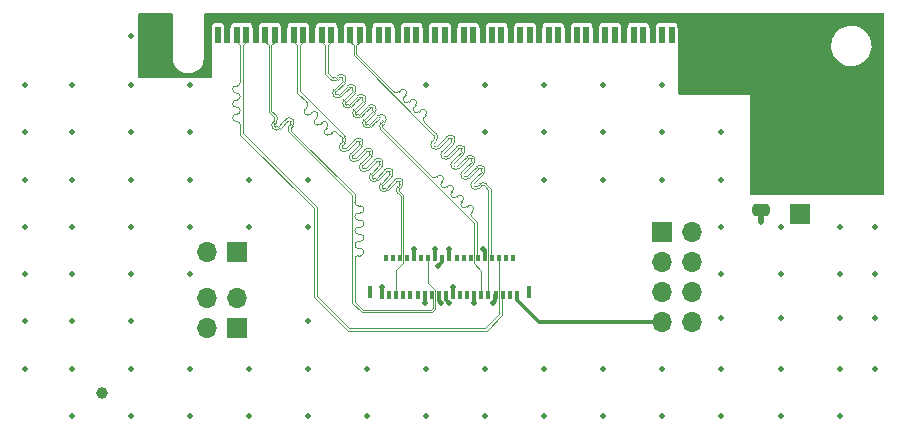
<source format=gbr>
%TF.GenerationSoftware,KiCad,Pcbnew,(7.0.0)*%
%TF.CreationDate,2023-08-31T15:59:46+04:00*%
%TF.ProjectId,RD53B_Quad_ZIF_to_ERF8_Data_Adapter,52443533-425f-4517-9561-645f5a49465f,V0*%
%TF.SameCoordinates,Original*%
%TF.FileFunction,Copper,L1,Top*%
%TF.FilePolarity,Positive*%
%FSLAX46Y46*%
G04 Gerber Fmt 4.6, Leading zero omitted, Abs format (unit mm)*
G04 Created by KiCad (PCBNEW (7.0.0)) date 2023-08-31 15:59:46*
%MOMM*%
%LPD*%
G01*
G04 APERTURE LIST*
G04 Aperture macros list*
%AMRoundRect*
0 Rectangle with rounded corners*
0 $1 Rounding radius*
0 $2 $3 $4 $5 $6 $7 $8 $9 X,Y pos of 4 corners*
0 Add a 4 corners polygon primitive as box body*
4,1,4,$2,$3,$4,$5,$6,$7,$8,$9,$2,$3,0*
0 Add four circle primitives for the rounded corners*
1,1,$1+$1,$2,$3*
1,1,$1+$1,$4,$5*
1,1,$1+$1,$6,$7*
1,1,$1+$1,$8,$9*
0 Add four rect primitives between the rounded corners*
20,1,$1+$1,$2,$3,$4,$5,0*
20,1,$1+$1,$4,$5,$6,$7,0*
20,1,$1+$1,$6,$7,$8,$9,0*
20,1,$1+$1,$8,$9,$2,$3,0*%
G04 Aperture macros list end*
%TA.AperFunction,ComponentPad*%
%ADD10R,1.700000X1.700000*%
%TD*%
%TA.AperFunction,ComponentPad*%
%ADD11O,1.700000X1.700000*%
%TD*%
%TA.AperFunction,SMDPad,CuDef*%
%ADD12R,0.500000X1.480000*%
%TD*%
%TA.AperFunction,SMDPad,CuDef*%
%ADD13R,1.500000X2.000000*%
%TD*%
%TA.AperFunction,SMDPad,CuDef*%
%ADD14RoundRect,0.250000X0.475000X-0.250000X0.475000X0.250000X-0.475000X0.250000X-0.475000X-0.250000X0*%
%TD*%
%TA.AperFunction,SMDPad,CuDef*%
%ADD15R,0.300000X0.700000*%
%TD*%
%TA.AperFunction,SMDPad,CuDef*%
%ADD16R,0.300000X0.500000*%
%TD*%
%TA.AperFunction,SMDPad,CuDef*%
%ADD17R,0.350000X1.000000*%
%TD*%
%TA.AperFunction,SMDPad,CuDef*%
%ADD18C,1.000000*%
%TD*%
%TA.AperFunction,ViaPad*%
%ADD19C,0.500000*%
%TD*%
%TA.AperFunction,Conductor*%
%ADD20C,0.126000*%
%TD*%
%TA.AperFunction,Conductor*%
%ADD21C,0.300000*%
%TD*%
%TA.AperFunction,Conductor*%
%ADD22C,0.500000*%
%TD*%
G04 APERTURE END LIST*
D10*
%TO.P,J2,1,Pin_1*%
%TO.N,/LP_Enable_Module*%
X134420499Y-104471999D03*
D11*
%TO.P,J2,2,Pin_2*%
%TO.N,/FGND*%
X131880499Y-104471999D03*
%TD*%
D12*
%TO.P,J5,01,01*%
%TO.N,unconnected-(J5-Pad01)*%
X132820499Y-86069999D03*
%TO.P,J5,03,03*%
%TO.N,GND*%
X133620499Y-86069999D03*
%TO.P,J5,05,05*%
%TO.N,/Module_CMD_P*%
X134420499Y-86069999D03*
%TO.P,J5,07,07*%
%TO.N,/Module_CMD_N*%
X135220499Y-86069999D03*
%TO.P,J5,09,09*%
%TO.N,GND*%
X136020499Y-86069999D03*
%TO.P,J5,11,11*%
%TO.N,/GTX2_Chip1_P*%
X136820499Y-86069999D03*
%TO.P,J5,13,13*%
%TO.N,/GTX2_Chip1_N*%
X137620499Y-86069999D03*
%TO.P,J5,15,15*%
%TO.N,GND*%
X138420499Y-86069999D03*
%TO.P,J5,17,17*%
%TO.N,/GTX0_Chip2_P*%
X139220499Y-86069999D03*
%TO.P,J5,19,19*%
%TO.N,/GTX0_Chip2_N*%
X140020499Y-86069999D03*
%TO.P,J5,21,21*%
%TO.N,GND*%
X140820499Y-86069999D03*
%TO.P,J5,23,23*%
%TO.N,/GTX3_Chip3_P*%
X141620499Y-86069999D03*
%TO.P,J5,25,25*%
%TO.N,/GTX3_Chip3_N*%
X142420499Y-86069999D03*
%TO.P,J5,27,27*%
%TO.N,GND*%
X143220499Y-86069999D03*
%TO.P,J5,29,29*%
%TO.N,/GTX0_Chip4_P*%
X144020499Y-86069999D03*
%TO.P,J5,31,31*%
%TO.N,/GTX0_Chip4_N*%
X144820499Y-86069999D03*
%TO.P,J5,33,33*%
%TO.N,GND*%
X145620499Y-86069999D03*
%TO.P,J5,35,35*%
%TO.N,unconnected-(J5-Pad35)*%
X146420499Y-86069999D03*
%TO.P,J5,37,37*%
%TO.N,unconnected-(J5-Pad37)*%
X147220499Y-86069999D03*
%TO.P,J5,39,39*%
%TO.N,GND*%
X148020499Y-86069999D03*
%TO.P,J5,41,41*%
%TO.N,unconnected-(J5-Pad41)*%
X148820499Y-86069999D03*
%TO.P,J5,43,43*%
%TO.N,unconnected-(J5-Pad43)*%
X149620499Y-86069999D03*
%TO.P,J5,45,45*%
%TO.N,GND*%
X150420499Y-86069999D03*
%TO.P,J5,47,47*%
%TO.N,unconnected-(J5-Pad47)*%
X151220499Y-86069999D03*
%TO.P,J5,49,49*%
%TO.N,unconnected-(J5-Pad49)*%
X152020499Y-86069999D03*
%TO.P,J5,51,51*%
%TO.N,GND*%
X152820499Y-86069999D03*
%TO.P,J5,53,53*%
%TO.N,unconnected-(J5-Pad53)*%
X153620499Y-86069999D03*
%TO.P,J5,55,55*%
%TO.N,unconnected-(J5-Pad55)*%
X154420499Y-86069999D03*
%TO.P,J5,57,57*%
%TO.N,GND*%
X155220499Y-86069999D03*
%TO.P,J5,59,59*%
%TO.N,unconnected-(J5-Pad59)*%
X156020499Y-86069999D03*
%TO.P,J5,61,61*%
%TO.N,unconnected-(J5-Pad61)*%
X156820499Y-86069999D03*
%TO.P,J5,63,63*%
%TO.N,GND*%
X157620499Y-86069999D03*
%TO.P,J5,65,65*%
%TO.N,unconnected-(J5-Pad65)*%
X158420499Y-86069999D03*
%TO.P,J5,67,67*%
%TO.N,unconnected-(J5-Pad67)*%
X159220499Y-86069999D03*
%TO.P,J5,69,69*%
%TO.N,GND*%
X160020499Y-86069999D03*
%TO.P,J5,71,71*%
%TO.N,unconnected-(J5-Pad71)*%
X160820499Y-86069999D03*
%TO.P,J5,73,73*%
%TO.N,unconnected-(J5-Pad73)*%
X161620499Y-86069999D03*
%TO.P,J5,75,75*%
%TO.N,GND*%
X162420499Y-86069999D03*
%TO.P,J5,77,77*%
%TO.N,unconnected-(J5-Pad77)*%
X163220499Y-86069999D03*
%TO.P,J5,79,79*%
%TO.N,unconnected-(J5-Pad79)*%
X164020499Y-86069999D03*
%TO.P,J5,81,81*%
%TO.N,GND*%
X164820499Y-86069999D03*
%TO.P,J5,83,83*%
%TO.N,unconnected-(J5-Pad83)*%
X165620499Y-86069999D03*
%TO.P,J5,85,85*%
%TO.N,unconnected-(J5-Pad85)*%
X166420499Y-86069999D03*
%TO.P,J5,87,87*%
%TO.N,GND*%
X167220499Y-86069999D03*
%TO.P,J5,89,89*%
%TO.N,unconnected-(J5-Pad89)*%
X168020499Y-86069999D03*
%TO.P,J5,91,91*%
%TO.N,unconnected-(J5-Pad91)*%
X168820499Y-86069999D03*
%TO.P,J5,93,93*%
%TO.N,GND*%
X169620499Y-86069999D03*
%TO.P,J5,95,95*%
%TO.N,unconnected-(J5-Pad95)*%
X170420499Y-86069999D03*
%TO.P,J5,97,97*%
%TO.N,unconnected-(J5-Pad97)*%
X171220499Y-86069999D03*
%TO.P,J5,99,99*%
%TO.N,GND*%
X172020499Y-86069999D03*
D13*
%TO.P,J5,S1,S1*%
X127920499Y-86209999D03*
%TO.P,J5,S3,S3*%
X176920499Y-86209999D03*
%TD*%
D14*
%TO.P,C1,1*%
%TO.N,/FGND*%
X178790000Y-100886000D03*
%TO.P,C1,2*%
%TO.N,GND*%
X178790000Y-98986000D03*
%TD*%
D15*
%TO.P,J_conn1,1,1*%
%TO.N,/MUX_Chip2*%
X146720499Y-108088500D03*
D16*
%TO.P,J_conn1,2,2*%
%TO.N,unconnected-(J_conn1-Pad2)*%
X147020499Y-104988500D03*
D15*
%TO.P,J_conn1,3,3*%
%TO.N,unconnected-(J_conn1-Pad3)*%
X147320499Y-108088500D03*
D16*
%TO.P,J_conn1,4,4*%
%TO.N,/FGND*%
X147620499Y-104988500D03*
D15*
%TO.P,J_conn1,5,5*%
%TO.N,/GTX0_Chip2_N*%
X147920499Y-108088500D03*
D16*
%TO.P,J_conn1,6,6*%
%TO.N,/GTX0_Chip2_P*%
X148220499Y-104988500D03*
D15*
%TO.P,J_conn1,7,7*%
%TO.N,/FGND*%
X148520499Y-108088500D03*
D16*
%TO.P,J_conn1,8,8*%
%TO.N,unconnected-(J_conn1-Pad8)*%
X148820499Y-104988500D03*
D15*
%TO.P,J_conn1,9,9*%
%TO.N,unconnected-(J_conn1-Pad9)*%
X149120499Y-108088500D03*
D16*
%TO.P,J_conn1,10,10*%
%TO.N,/FGND*%
X149420499Y-104988500D03*
D15*
%TO.P,J_conn1,11,11*%
%TO.N,unconnected-(J_conn1-Pad11)*%
X149720499Y-108088500D03*
D16*
%TO.P,J_conn1,12,12*%
%TO.N,unconnected-(J_conn1-Pad12)*%
X150020499Y-104988500D03*
D15*
%TO.P,J_conn1,13,13*%
%TO.N,/FGND*%
X150320499Y-108088500D03*
D16*
%TO.P,J_conn1,14,14*%
%TO.N,/GTX2_Chip1_P*%
X150620499Y-104988500D03*
D15*
%TO.P,J_conn1,15,15*%
%TO.N,/GTX2_Chip1_N*%
X150920499Y-108088500D03*
D16*
%TO.P,J_conn1,16,16*%
%TO.N,/GND_Module*%
X151220499Y-104988500D03*
D15*
%TO.P,J_conn1,17,17*%
%TO.N,/CHIP_ID3*%
X151520499Y-108088500D03*
D16*
%TO.P,J_conn1,18,18*%
%TO.N,/CHIP_ID2*%
X151820499Y-104988500D03*
D15*
%TO.P,J_conn1,19,19*%
%TO.N,/LP_Enable_Module*%
X152120499Y-108088500D03*
D16*
%TO.P,J_conn1,20,20*%
%TO.N,/MUX_Chip1*%
X152420499Y-104988500D03*
D15*
%TO.P,J_conn1,21,21*%
%TO.N,/MUX_Chip3*%
X152720499Y-108088500D03*
D16*
%TO.P,J_conn1,22,22*%
%TO.N,unconnected-(J_conn1-Pad22)*%
X153020499Y-104988500D03*
D15*
%TO.P,J_conn1,23,23*%
%TO.N,unconnected-(J_conn1-Pad23)*%
X153320499Y-108088500D03*
D16*
%TO.P,J_conn1,24,24*%
%TO.N,/FGND*%
X153620499Y-104988500D03*
D15*
%TO.P,J_conn1,25,25*%
%TO.N,unconnected-(J_conn1-Pad25)*%
X153920499Y-108088500D03*
D16*
%TO.P,J_conn1,26,26*%
%TO.N,unconnected-(J_conn1-Pad26)*%
X154220499Y-104988500D03*
D15*
%TO.P,J_conn1,27,27*%
%TO.N,/FGND*%
X154520499Y-108088500D03*
D16*
%TO.P,J_conn1,28,28*%
%TO.N,/GTX3_Chip3_N*%
X154820499Y-104988500D03*
D15*
%TO.P,J_conn1,29,29*%
%TO.N,/GTX3_Chip3_P*%
X155120499Y-108088500D03*
D16*
%TO.P,J_conn1,30,30*%
%TO.N,/FGND*%
X155420499Y-104988500D03*
D15*
%TO.P,J_conn1,31,31*%
%TO.N,/GTX0_Chip4_P*%
X155720499Y-108088500D03*
D16*
%TO.P,J_conn1,32,32*%
%TO.N,/GTX0_Chip4_N*%
X156020499Y-104988500D03*
D15*
%TO.P,J_conn1,33,33*%
%TO.N,/FGND*%
X156320499Y-108088500D03*
D16*
%TO.P,J_conn1,34,34*%
%TO.N,/Module_CMD_N*%
X156620499Y-104988500D03*
D15*
%TO.P,J_conn1,35,35*%
%TO.N,/Module_CMD_P*%
X156920499Y-108088500D03*
D16*
%TO.P,J_conn1,36,36*%
%TO.N,/FGND*%
X157220499Y-104988500D03*
D15*
%TO.P,J_conn1,37,37*%
%TO.N,unconnected-(J_conn1-Pad37)*%
X157520499Y-108088500D03*
D16*
%TO.P,J_conn1,38,38*%
%TO.N,unconnected-(J_conn1-Pad38)*%
X157820499Y-104988500D03*
D15*
%TO.P,J_conn1,39,39*%
%TO.N,/MUX_Chip4*%
X158120499Y-108088500D03*
D17*
%TO.P,J_conn1,MP1,MP1*%
%TO.N,unconnected-(J_conn1-PadMP1)*%
X145720499Y-107838500D03*
%TO.P,J_conn1,MP2,MP2*%
%TO.N,unconnected-(J_conn1-PadMP2)*%
X159120499Y-107838500D03*
%TD*%
D10*
%TO.P,J4,1,Pin_1*%
%TO.N,/MUX_Chip1*%
X170420499Y-102799999D03*
D11*
%TO.P,J4,2,Pin_2*%
%TO.N,/GND_Module*%
X172960499Y-102799999D03*
%TO.P,J4,3,Pin_3*%
%TO.N,/MUX_Chip2*%
X170420499Y-105339999D03*
%TO.P,J4,4,Pin_4*%
%TO.N,/GND_Module*%
X172960499Y-105339999D03*
%TO.P,J4,5,Pin_5*%
%TO.N,/MUX_Chip3*%
X170420499Y-107879999D03*
%TO.P,J4,6,Pin_6*%
%TO.N,/GND_Module*%
X172960499Y-107879999D03*
%TO.P,J4,7,Pin_7*%
%TO.N,/MUX_Chip4*%
X170420499Y-110419999D03*
%TO.P,J4,8,Pin_8*%
%TO.N,/GND_Module*%
X172960499Y-110419999D03*
%TD*%
D10*
%TO.P,J3,1,Pin_1*%
%TO.N,/CHIP_ID2*%
X134420499Y-110886999D03*
D11*
%TO.P,J3,2,Pin_2*%
%TO.N,/GND_Module*%
X131880499Y-110886999D03*
%TO.P,J3,3,Pin_3*%
%TO.N,/CHIP_ID3*%
X134420499Y-108346999D03*
%TO.P,J3,4,Pin_4*%
%TO.N,/GND_Module*%
X131880499Y-108346999D03*
%TD*%
D10*
%TO.P,J6,1,Pin_1*%
%TO.N,/FGND*%
X182086999Y-101249999D03*
D11*
%TO.P,J6,2,Pin_2*%
%TO.N,GND*%
X182086999Y-98709999D03*
%TD*%
D18*
%TO.P,REF\u002A\u002A,*%
%TO.N,*%
X122972000Y-116430000D03*
%TD*%
D19*
%TO.N,/LP_Enable_Module*%
X152400000Y-108800000D03*
%TO.N,/CHIP_ID2*%
X151472000Y-105670000D03*
%TO.N,/CHIP_ID3*%
X151697000Y-108800000D03*
%TO.N,/MUX_Chip1*%
X152420500Y-104200000D03*
%TO.N,/MUX_Chip3*%
X152720500Y-107400000D03*
%TO.N,/GND_Module*%
X151215000Y-104200000D03*
%TO.N,/MUX_Chip2*%
X146720500Y-107400000D03*
%TO.N,GND*%
X152820500Y-84730000D03*
X140820500Y-84730000D03*
X188448000Y-94330000D03*
X178790000Y-97966000D03*
X157620500Y-84730000D03*
X133620500Y-84730000D03*
X172020500Y-84730000D03*
X150420500Y-84730000D03*
X175650500Y-86210000D03*
X188448000Y-98330000D03*
X188448000Y-90330000D03*
X180448000Y-90330000D03*
X162420500Y-84730000D03*
X160020500Y-84730000D03*
X180448000Y-86210000D03*
X185448000Y-98330000D03*
X148020500Y-84730000D03*
X143220500Y-84730000D03*
X136020500Y-84730000D03*
X138420500Y-84730000D03*
X127920500Y-87810000D03*
X180448000Y-98330000D03*
X175448000Y-90330000D03*
X176920000Y-87810000D03*
X145620500Y-84730000D03*
X180448000Y-94330000D03*
X169620500Y-84730000D03*
X126650500Y-86210000D03*
X185448000Y-94330000D03*
X178190500Y-86210000D03*
X185448000Y-90330000D03*
X155220500Y-84730000D03*
X167220500Y-84730000D03*
X164820500Y-84730000D03*
%TO.N,/FGND*%
X125448000Y-110330000D03*
X170448000Y-118330000D03*
X160448000Y-118330000D03*
X130448000Y-114330000D03*
X130448000Y-102330000D03*
X165448000Y-94330000D03*
X165448000Y-90330000D03*
X185448000Y-118330000D03*
X155448000Y-90330000D03*
X116448000Y-94330000D03*
X130448000Y-106330000D03*
X175448000Y-102330000D03*
X150448000Y-118330000D03*
X156134000Y-108800000D03*
X125448000Y-94330000D03*
X116448000Y-106330000D03*
X160448000Y-98330000D03*
X145448000Y-118330000D03*
X120448000Y-98330000D03*
X188448000Y-102330000D03*
X116448000Y-90330000D03*
X185448000Y-106330000D03*
X145448000Y-114330000D03*
X180448000Y-118330000D03*
X116448000Y-102330000D03*
X178790000Y-101919000D03*
X125448000Y-106330000D03*
X140448000Y-98330000D03*
X120448000Y-102330000D03*
X175448000Y-114330000D03*
X188448000Y-106330000D03*
X135448000Y-98330000D03*
X120448000Y-90330000D03*
X120448000Y-94330000D03*
X140448000Y-102330000D03*
X180448000Y-114330000D03*
X125448000Y-90330000D03*
X120448000Y-110330000D03*
X125448000Y-98330000D03*
X175448000Y-98330000D03*
X180448000Y-102330000D03*
X125448000Y-118330000D03*
X154520500Y-108800000D03*
X125448000Y-114330000D03*
X160448000Y-94330000D03*
X135448000Y-114330000D03*
X170448000Y-90330000D03*
X150448000Y-114330000D03*
X185448000Y-114330000D03*
X130448000Y-118330000D03*
X120448000Y-106330000D03*
X155448000Y-114330000D03*
X180448000Y-106330000D03*
X149420500Y-104200000D03*
X125448000Y-86210000D03*
X165448000Y-98330000D03*
X165448000Y-118330000D03*
X135448000Y-118330000D03*
X116448000Y-114330000D03*
X150320500Y-108800000D03*
X175448000Y-94330000D03*
X175448000Y-106330000D03*
X188448000Y-114330000D03*
X155448000Y-118330000D03*
X155448000Y-94330000D03*
X120448000Y-118330000D03*
X120448000Y-114330000D03*
X160448000Y-114330000D03*
X150448000Y-90330000D03*
X165448000Y-114330000D03*
X170448000Y-114330000D03*
X125448000Y-102330000D03*
X155274000Y-104200000D03*
X130448000Y-98330000D03*
X185448000Y-102330000D03*
X135448000Y-102330000D03*
X160448000Y-90330000D03*
X175448000Y-110090000D03*
X130448000Y-90330000D03*
X188448000Y-110090000D03*
X140448000Y-110330000D03*
X175448000Y-118330000D03*
X140448000Y-118330000D03*
X130448000Y-94330000D03*
X170448000Y-94330000D03*
X170448000Y-98330000D03*
X140448000Y-114330000D03*
X116448000Y-110330000D03*
X180448000Y-110090000D03*
X185448000Y-110090000D03*
X116448000Y-98330000D03*
%TD*%
D20*
%TO.N,/GTX3_Chip3_N*%
X142420500Y-86648500D02*
X142420500Y-86070000D01*
X142134300Y-86934700D02*
X142420500Y-86648500D01*
X142134300Y-89296424D02*
X142134300Y-86934700D01*
X142532936Y-89695061D02*
X142134300Y-89296424D01*
X142796264Y-89695062D02*
X142796266Y-89695063D01*
X142961840Y-89529487D02*
X142796264Y-89695062D01*
X143547040Y-89529486D02*
X143547042Y-89529487D01*
X143547041Y-90114688D02*
X143547039Y-90114687D01*
X143054965Y-91133412D02*
X143054966Y-91133411D01*
X143810353Y-90378020D02*
X143054965Y-91133412D01*
X144395556Y-90963222D02*
X144395556Y-90963223D01*
X143640193Y-91718586D02*
X144395556Y-90963222D01*
X143640193Y-91981913D02*
X143640193Y-91981912D01*
X143903519Y-91981913D02*
X143903520Y-91981912D01*
X144658851Y-91226576D02*
X143903519Y-91981913D01*
X145244054Y-91811778D02*
X145244054Y-91811779D01*
X144488744Y-92567089D02*
X145244054Y-91811778D01*
X144488744Y-92830416D02*
X144488744Y-92830415D01*
X144752070Y-92830416D02*
X144752071Y-92830415D01*
X145507388Y-92075093D02*
X144752070Y-92830416D01*
X146092591Y-92660295D02*
X146092591Y-92660296D01*
X145337201Y-93415686D02*
X146092591Y-92660295D01*
X145337201Y-93679013D02*
X145337201Y-93679012D01*
X146109900Y-93169635D02*
X145600528Y-93679012D01*
X146775571Y-93674369D02*
X146941148Y-93508795D01*
X150924322Y-98086447D02*
X146775571Y-93937695D01*
X151772850Y-98510711D02*
X151772851Y-98510711D01*
X152249974Y-98882116D02*
X152197114Y-98934975D01*
X151401474Y-98033558D02*
X151348585Y-98086446D01*
X152249974Y-98882115D02*
X152249974Y-98882116D01*
X153098547Y-99730600D02*
X153098547Y-99730601D01*
X153469909Y-100207769D02*
X153522812Y-100154865D01*
X154318437Y-101056298D02*
X154318438Y-101056298D01*
X154747600Y-101909725D02*
X154318438Y-101480563D01*
X154318438Y-101056298D02*
X154371353Y-101003382D01*
X142532935Y-89695062D02*
G75*
G03*
X142796265Y-89695062I131665J131662D01*
G01*
X143547053Y-90114701D02*
G75*
G03*
X143547040Y-89529486I-292653J292601D01*
G01*
X153947088Y-100579118D02*
X153894172Y-100632033D01*
X142791591Y-90870038D02*
G75*
G03*
X142791640Y-91133411I131709J-131662D01*
G01*
X143640144Y-91718537D02*
G75*
G03*
X143640193Y-91981912I131756J-131663D01*
G01*
X143640238Y-91981868D02*
G75*
G03*
X143903519Y-91981911I131662J131668D01*
G01*
X142791637Y-91133414D02*
G75*
G03*
X143054966Y-91133411I131663J131714D01*
G01*
X151772850Y-98934975D02*
X151772851Y-98934976D01*
X145244103Y-91226530D02*
G75*
G03*
X144658851Y-91226576I-292603J-292670D01*
G01*
X151772851Y-98510711D02*
X151825739Y-98457822D01*
X145244076Y-91811801D02*
G75*
G03*
X145244055Y-91226578I-292576J292601D01*
G01*
X142791639Y-90870086D02*
X143547041Y-90114688D01*
X144488737Y-92830423D02*
G75*
G03*
X144752071Y-92830415I131663J131623D01*
G01*
X146092603Y-92075084D02*
G75*
G03*
X145507388Y-92075093I-292603J-292616D01*
G01*
X146190370Y-93089168D02*
X146109900Y-93169635D01*
X146092595Y-92660300D02*
G75*
G03*
X146092591Y-92075096I-292595J292600D01*
G01*
X151401474Y-98033557D02*
X151401474Y-98033558D01*
X145337152Y-93415638D02*
G75*
G03*
X145337201Y-93679012I131748J-131662D01*
G01*
X153947088Y-100579117D02*
X153947088Y-100579118D01*
X145337237Y-93678977D02*
G75*
G03*
X145600528Y-93679012I131663J131677D01*
G01*
X152621380Y-99359240D02*
X152674239Y-99306380D01*
X146941103Y-92923638D02*
G75*
G03*
X146355944Y-92923591I-292603J-292562D01*
G01*
X152621379Y-99783504D02*
X152621380Y-99783505D01*
X146941153Y-93508800D02*
G75*
G03*
X146941147Y-92923594I-292653J292600D01*
G01*
X143547042Y-89529487D02*
G75*
G03*
X142961840Y-89529487I-292601J-292602D01*
G01*
X152621379Y-99359240D02*
X152621380Y-99359240D01*
X150924322Y-98086445D02*
G75*
G03*
X151348584Y-98086445I212131J212131D01*
G01*
X153098547Y-99730601D02*
X153045643Y-99783504D01*
X151825748Y-98457831D02*
G75*
G03*
X151825738Y-98033559I-212148J212131D01*
G01*
X153469908Y-100207769D02*
X153469909Y-100207769D01*
X151772807Y-98510668D02*
G75*
G03*
X151772851Y-98934976I212193J-212132D01*
G01*
X151772851Y-98934974D02*
G75*
G03*
X152197113Y-98934974I212131J212131D01*
G01*
X152674233Y-98882122D02*
G75*
G03*
X152249974Y-98882115I-212133J-212078D01*
G01*
X154820500Y-104988501D02*
X154747600Y-104915601D01*
X152621407Y-99359268D02*
G75*
G03*
X152621380Y-99783505I212093J-212132D01*
G01*
X146775539Y-93674337D02*
G75*
G03*
X146775571Y-93937695I131661J-131663D01*
G01*
X153522779Y-100154832D02*
G75*
G03*
X153522812Y-99730601I-212079J212132D01*
G01*
X144488792Y-92567138D02*
G75*
G03*
X144488745Y-92830414I131608J-131662D01*
G01*
X152621380Y-99783503D02*
G75*
G03*
X153045642Y-99783503I212131J212131D01*
G01*
X144395533Y-90963200D02*
G75*
G03*
X144395556Y-90378023I-292533J292600D01*
G01*
X153469907Y-100207768D02*
G75*
G03*
X153469909Y-100632034I212093J-212132D01*
G01*
X152674190Y-99306331D02*
G75*
G03*
X152674238Y-98882117I-212090J212131D01*
G01*
X154747600Y-104915601D02*
X154747600Y-101909725D01*
X144395602Y-90377977D02*
G75*
G03*
X143810354Y-90378021I-292602J-292623D01*
G01*
X154371333Y-100579138D02*
G75*
G03*
X153947088Y-100579117I-212133J-212062D01*
G01*
X151825733Y-98033564D02*
G75*
G03*
X151401474Y-98033557I-212133J-212136D01*
G01*
X153469908Y-100632033D02*
X153469909Y-100632034D01*
X154371403Y-101003432D02*
G75*
G03*
X154371353Y-100579118I-212203J212132D01*
G01*
X153469909Y-100632032D02*
G75*
G03*
X153894171Y-100632032I212131J212131D01*
G01*
X153522833Y-99730580D02*
G75*
G03*
X153098547Y-99730600I-212133J-212120D01*
G01*
X146355944Y-92923591D02*
X146190370Y-93089168D01*
X154318407Y-101056268D02*
G75*
G03*
X154318438Y-101480563I212193J-212132D01*
G01*
X150924321Y-98086446D02*
X150924322Y-98086447D01*
%TO.N,/GTX3_Chip3_P*%
X155120500Y-106031500D02*
X155120500Y-108088501D01*
X154520000Y-105431000D02*
X155120500Y-106031500D01*
X146614633Y-94098633D02*
X154520000Y-102004000D01*
X146614634Y-94098635D02*
X146614633Y-94098633D01*
X146780210Y-93347857D02*
X146780209Y-93347857D01*
X146351307Y-93250105D02*
X146516884Y-93084531D01*
X146270840Y-93330575D02*
X146351307Y-93250105D01*
X146139175Y-93462237D02*
X146270840Y-93330575D01*
X145761464Y-93839950D02*
X146139175Y-93462237D01*
X145931654Y-92499359D02*
X145176263Y-93254748D01*
X145931653Y-92499360D02*
X145931654Y-92499359D01*
X145290648Y-92613710D02*
X145668328Y-92236033D01*
X144913007Y-92991353D02*
X145290648Y-92613710D01*
X145083116Y-91650843D02*
X145083117Y-91650842D01*
X144442121Y-91765183D02*
X144819791Y-91387516D01*
X144234619Y-90802286D02*
X143479255Y-91557648D01*
X143593594Y-90916656D02*
X143971293Y-90538960D01*
X143215902Y-91294350D02*
X143593594Y-90916656D01*
X143215902Y-91294349D02*
X143215902Y-91294350D01*
X144064456Y-92142850D02*
X144442121Y-91765183D01*
X143386102Y-89953751D02*
X143386103Y-89953750D01*
X142957201Y-89855999D02*
X143122777Y-89690424D01*
X142957203Y-89856000D02*
X142957201Y-89855999D01*
X141906700Y-89390701D02*
X142371999Y-89855998D01*
X141906700Y-86934700D02*
X141906700Y-89390701D01*
X143386103Y-89953750D02*
X142630701Y-90709148D01*
X141620500Y-86648500D02*
X141906700Y-86934700D01*
X141620500Y-86070000D02*
X141620500Y-86648500D01*
X146780216Y-93347863D02*
G75*
G03*
X146780210Y-93084531I-131716J131663D01*
G01*
X145931657Y-92499364D02*
G75*
G03*
X145931654Y-92236033I-131657J131664D01*
G01*
X145931653Y-92236034D02*
G75*
G03*
X145668329Y-92236034I-131662J-131661D01*
G01*
X144234618Y-90802287D02*
X144234619Y-90802286D01*
X145176300Y-93839913D02*
G75*
G03*
X145761464Y-93839949I292600J292513D01*
G01*
X144327801Y-92991358D02*
G75*
G03*
X144913006Y-92991351I292599J292558D01*
G01*
X144327854Y-92406199D02*
G75*
G03*
X144327806Y-92991353I292546J-292601D01*
G01*
X144913007Y-92991352D02*
X144913007Y-92991353D01*
X145083116Y-91387517D02*
G75*
G03*
X144819792Y-91387517I-131662J-131661D01*
G01*
X143479301Y-92142804D02*
G75*
G03*
X144064455Y-92142848I292599J292504D01*
G01*
X146780209Y-93084532D02*
G75*
G03*
X146516885Y-93084532I-131662J-131661D01*
G01*
X144234595Y-90802264D02*
G75*
G03*
X144234619Y-90538960I-131595J131664D01*
G01*
X146780209Y-93347857D02*
X146614634Y-93513433D01*
X144234618Y-90538961D02*
G75*
G03*
X143971294Y-90538961I-131662J-131661D01*
G01*
X145083136Y-91650863D02*
G75*
G03*
X145083116Y-91387517I-131636J131663D01*
G01*
X145176214Y-93254699D02*
G75*
G03*
X145176263Y-93839950I292686J-292601D01*
G01*
X142630700Y-91294351D02*
G75*
G03*
X143215902Y-91294349I292600J292551D01*
G01*
X144064456Y-92142849D02*
X144064456Y-92142850D01*
X142630652Y-90709099D02*
G75*
G03*
X142630701Y-91294350I292648J-292601D01*
G01*
X146614600Y-93513399D02*
G75*
G03*
X146614634Y-94098635I292600J-292601D01*
G01*
X143386115Y-89953764D02*
G75*
G03*
X143386103Y-89690424I-131715J131664D01*
G01*
X145083117Y-91650842D02*
X144327806Y-92406151D01*
X154520000Y-102004000D02*
X154520000Y-105431000D01*
X145761464Y-93839949D02*
X145761464Y-93839950D01*
X143479206Y-91557599D02*
G75*
G03*
X143479255Y-92142850I292694J-292601D01*
G01*
X142371997Y-89856000D02*
G75*
G03*
X142957203Y-89856000I292603J292600D01*
G01*
X143386102Y-89690425D02*
G75*
G03*
X143122778Y-89690425I-131662J-131661D01*
G01*
%TO.N,/GTX0_Chip4_N*%
X155948100Y-104916101D02*
X156020500Y-104988501D01*
X155948100Y-99090224D02*
X155948100Y-104916101D01*
X154964736Y-98692062D02*
X154964734Y-98692061D01*
X154506588Y-98886882D02*
X154506588Y-98886881D01*
X154506586Y-98886880D02*
X154506588Y-98886882D01*
X155320488Y-97809650D02*
X154701405Y-98428732D01*
X155320488Y-97224449D02*
X155320487Y-97224449D01*
X155320487Y-97224448D02*
X155320488Y-97224449D01*
X154408803Y-97550929D02*
X154735285Y-97224448D01*
X153921401Y-98038330D02*
X154408803Y-97550929D01*
X153984538Y-97448538D02*
X153658073Y-97775002D01*
X154472025Y-96375848D02*
X154472026Y-96375849D01*
X153560273Y-96702397D02*
X153886823Y-96375848D01*
X153072812Y-97189860D02*
X153560273Y-96702397D01*
X152809484Y-97189859D02*
X152809484Y-97189860D01*
X153136007Y-96600007D02*
X152809482Y-96926531D01*
X153623464Y-96112551D02*
X153136007Y-96600007D01*
X153623463Y-95527348D02*
X153623464Y-95527349D01*
X151960984Y-96341293D02*
X151960986Y-96341295D01*
X153658073Y-98038328D02*
X153658075Y-98038330D01*
X152774918Y-95264035D02*
X152287476Y-95751476D01*
X152774917Y-94678832D02*
X152774918Y-94678833D01*
X154472026Y-96961051D02*
X153984538Y-97448538D01*
X150402981Y-92876924D02*
X150402982Y-92876923D01*
X154701405Y-98428732D02*
X154506586Y-98623554D01*
X149432493Y-92574617D02*
X149432494Y-92574618D01*
X149554483Y-92028366D02*
X149432493Y-92150353D01*
X149008230Y-91726090D02*
X149130219Y-91604102D01*
X149008231Y-91726089D02*
X149008230Y-91726090D01*
X148583965Y-91726089D02*
X148583966Y-91726090D01*
X148705955Y-91179838D02*
X148583965Y-91301825D01*
X148159702Y-90877562D02*
X148281691Y-90755574D01*
X148159703Y-90877561D02*
X148159702Y-90877562D01*
X144534300Y-87676424D02*
X147735438Y-90877562D01*
X144820500Y-86648500D02*
X144534300Y-86934700D01*
X149856758Y-92574618D02*
X149978718Y-92452659D01*
X155549936Y-98692061D02*
G75*
G03*
X154964734Y-98692061I-292601J-292602D01*
G01*
X154506589Y-98886880D02*
G75*
G03*
X154769913Y-98886880I131662J131661D01*
G01*
X154506570Y-98623538D02*
G75*
G03*
X154506587Y-98886879I131630J-131662D01*
G01*
X150402982Y-92876923D02*
X150281021Y-92998881D01*
X155320438Y-97809600D02*
G75*
G03*
X155320487Y-97224449I-292538J292600D01*
G01*
X153658108Y-97775037D02*
G75*
G03*
X153658073Y-98038328I131592J-131663D01*
G01*
X154769914Y-98886881D02*
X154964736Y-98692062D01*
X154472076Y-96961101D02*
G75*
G03*
X154472026Y-96375849I-292676J292601D01*
G01*
X152809482Y-97189857D02*
X152809484Y-97189859D01*
X152809484Y-97189860D02*
G75*
G03*
X153072812Y-97189860I131664J131667D01*
G01*
X152809488Y-96926537D02*
G75*
G03*
X152809482Y-97189857I131612J-131663D01*
G01*
X153623413Y-96112500D02*
G75*
G03*
X153623463Y-95527350I-292513J292600D01*
G01*
X153623463Y-95527348D02*
G75*
G03*
X153038261Y-95527348I-292601J-292602D01*
G01*
X154472025Y-96375848D02*
G75*
G03*
X153886823Y-96375848I-292601J-292602D01*
G01*
X151960987Y-96341294D02*
G75*
G03*
X152224311Y-96341294I131662J131661D01*
G01*
X149554482Y-92028367D02*
X149554483Y-92028366D01*
X151960954Y-96077937D02*
G75*
G03*
X151960984Y-96341293I131646J-131663D01*
G01*
X152774884Y-95264001D02*
G75*
G03*
X152774918Y-94678833I-292584J292601D01*
G01*
X155320487Y-97224448D02*
G75*
G03*
X154735285Y-97224448I-292601J-292602D01*
G01*
X152774917Y-94678832D02*
G75*
G03*
X152189715Y-94678832I-292601J-292602D01*
G01*
X144820500Y-86070000D02*
X144820500Y-86648500D01*
X148705954Y-91179839D02*
X148705955Y-91179838D01*
X151112464Y-95492755D02*
G75*
G03*
X151375788Y-95492755I131662J131661D01*
G01*
X151112470Y-95229437D02*
G75*
G03*
X151112462Y-95492755I131630J-131663D01*
G01*
X151112463Y-95229429D02*
X151112462Y-95229429D01*
X151307276Y-95034601D02*
G75*
G03*
X151307282Y-94449405I-292576J292601D01*
G01*
X151863211Y-95005335D02*
X152189715Y-94678832D01*
X150281008Y-92998868D02*
G75*
G03*
X150281021Y-93423145I212192J-212132D01*
G01*
X150281021Y-93423145D02*
X150281022Y-93423146D01*
X152711742Y-95853866D02*
X153038261Y-95527348D01*
X151375789Y-95492756D02*
X151863211Y-95005335D01*
X150402981Y-92452660D02*
G75*
G03*
X149978719Y-92452660I-212131J-212131D01*
G01*
X149432468Y-92574644D02*
G75*
G03*
X149856759Y-92574617I212132J212144D01*
G01*
X149432508Y-92150368D02*
G75*
G03*
X149432493Y-92574617I212092J-212132D01*
G01*
X151112462Y-95492755D02*
X151112463Y-95492756D01*
X148584008Y-91301868D02*
G75*
G03*
X148583965Y-91726089I212092J-212132D01*
G01*
X150402990Y-92876933D02*
G75*
G03*
X150402982Y-92452659I-212190J212133D01*
G01*
X153658076Y-98038329D02*
G75*
G03*
X153921400Y-98038329I131662J131661D01*
G01*
X148583969Y-91726087D02*
G75*
G03*
X149008230Y-91726088I212131J212087D01*
G01*
X151307282Y-95034607D02*
X151112463Y-95229429D01*
X149554482Y-91604103D02*
G75*
G03*
X149130220Y-91604103I-212131J-212131D01*
G01*
X149554447Y-92028332D02*
G75*
G03*
X149554482Y-91604103I-212147J212132D01*
G01*
X148705947Y-91179832D02*
G75*
G03*
X148705954Y-90755575I-212147J212132D01*
G01*
X150281022Y-93423146D02*
X151307282Y-94449405D01*
X152287476Y-95751476D02*
X151960984Y-96077967D01*
X155549936Y-98692061D02*
X155948100Y-99090224D01*
X148705954Y-90755575D02*
G75*
G03*
X148281692Y-90755575I-212131J-212131D01*
G01*
X144534300Y-86934700D02*
X144534300Y-87676424D01*
X149856759Y-92574617D02*
X149856758Y-92574618D01*
X147735469Y-90877531D02*
G75*
G03*
X148159702Y-90877560I212131J212131D01*
G01*
X152224312Y-96341295D02*
X152711742Y-95853866D01*
%TO.N,/GTX0_Chip4_P*%
X144020500Y-86649500D02*
X144020500Y-86070000D01*
X144306700Y-86935700D02*
X144020500Y-86649500D01*
X144306700Y-87770700D02*
X144306700Y-86935700D01*
X151146344Y-94610343D02*
X144306700Y-87770700D01*
X151146345Y-94610345D02*
X151146344Y-94610343D01*
X152350652Y-94839770D02*
X151812018Y-95378407D01*
X151800046Y-95917029D02*
X151800047Y-95917031D01*
X151800048Y-96502233D02*
X151800046Y-96502231D01*
X153199199Y-95688286D02*
X153199198Y-95688286D01*
X153462526Y-95688287D02*
X153462525Y-95688286D01*
X152648547Y-97350797D02*
X152648547Y-97350796D01*
X153560275Y-97024274D02*
X153233749Y-97350797D01*
X151731548Y-95458874D02*
X151536729Y-95653696D01*
X154047761Y-96536786D02*
X154047760Y-96536786D01*
X153497135Y-97614064D02*
X153497136Y-97614066D01*
X153199198Y-95688286D02*
X152385252Y-96502235D01*
X153497137Y-98199268D02*
X153497135Y-98199266D01*
X154896223Y-97385385D02*
X154082341Y-98199270D01*
X153055539Y-96358601D02*
X153462526Y-95951613D01*
X154896224Y-97385385D02*
X154896223Y-97385385D01*
X151800047Y-95917031D02*
X152207006Y-95510069D01*
X155159551Y-97385386D02*
X155159550Y-97385385D01*
X152207008Y-95510070D02*
X152613980Y-95103097D01*
X155159550Y-97385386D02*
X155159551Y-97385386D01*
X154752599Y-98055662D02*
X154752601Y-98055663D01*
X153904068Y-97207131D02*
X153904070Y-97207132D01*
X154345648Y-98462616D02*
X154752599Y-98055662D01*
X154047760Y-96536786D02*
X153560275Y-97024274D01*
X154345647Y-98462614D02*
X154345648Y-98462616D01*
X154345649Y-99047818D02*
X154345647Y-99047816D01*
X152207006Y-95510069D02*
X152207008Y-95510070D01*
X155125673Y-98852999D02*
X154930851Y-99047818D01*
X151146337Y-94873663D02*
G75*
G03*
X151146345Y-94610345I-131637J131663D01*
G01*
X150951533Y-95068500D02*
G75*
G03*
X150951525Y-95653692I292567J-292600D01*
G01*
X152648546Y-96765594D02*
X153055537Y-96358600D01*
X150951497Y-95653722D02*
G75*
G03*
X151536729Y-95653696I292603J292622D01*
G01*
X154311088Y-96536787D02*
X154311087Y-96536786D01*
X152648545Y-96765592D02*
X152648546Y-96765594D01*
X152613978Y-94839771D02*
G75*
G03*
X152350654Y-94839771I-131662J-131661D01*
G01*
X152613946Y-95103063D02*
G75*
G03*
X152613980Y-94839771I-131646J131663D01*
G01*
X153497136Y-97614066D02*
X153904068Y-97207131D01*
X151800016Y-95916999D02*
G75*
G03*
X151800046Y-96502231I292584J-292601D01*
G01*
X155720500Y-99184500D02*
X155388999Y-98852998D01*
X151800097Y-96502184D02*
G75*
G03*
X152385252Y-96502235I292603J292584D01*
G01*
X152613980Y-94839771D02*
X152613979Y-94839770D01*
X153462524Y-95688287D02*
G75*
G03*
X153199200Y-95688287I-131662J-131661D01*
G01*
X150951524Y-95068491D02*
X151146345Y-94873671D01*
X153462575Y-95951662D02*
G75*
G03*
X153462525Y-95688288I-131675J131662D01*
G01*
X152350653Y-94839770D02*
X152350652Y-94839770D01*
X152648553Y-96765600D02*
G75*
G03*
X152648546Y-97350793I292547J-292600D01*
G01*
X154311086Y-96536787D02*
G75*
G03*
X154047762Y-96536787I-131662J-131661D01*
G01*
X155720500Y-108088501D02*
X155720500Y-99184500D01*
X153904070Y-97207132D02*
X154311088Y-96800113D01*
X150951525Y-95653694D02*
X150951524Y-95653693D01*
X152648547Y-97350796D02*
X152648545Y-97350794D01*
X155159549Y-97385386D02*
G75*
G03*
X154896225Y-97385386I-131662J-131661D01*
G01*
X153497097Y-98199308D02*
G75*
G03*
X154082341Y-98199270I292603J292608D01*
G01*
X154311138Y-96800163D02*
G75*
G03*
X154311088Y-96536787I-131738J131663D01*
G01*
X155125671Y-98852998D02*
X155125673Y-98852999D01*
X154345633Y-98462600D02*
G75*
G03*
X154345648Y-99047815I292567J-292600D01*
G01*
X151812018Y-95378407D02*
X151731548Y-95458874D01*
X155159601Y-97648763D02*
G75*
G03*
X155159550Y-97385386I-131701J131663D01*
G01*
X154752601Y-98055663D02*
X155159551Y-97648713D01*
X154345649Y-99047818D02*
G75*
G03*
X154930851Y-99047818I292601J292602D01*
G01*
X155388999Y-98852998D02*
G75*
G03*
X155125671Y-98852998I-131664J-131667D01*
G01*
X152648547Y-97350797D02*
G75*
G03*
X153233749Y-97350797I292601J292602D01*
G01*
X153055537Y-96358600D02*
X153055539Y-96358601D01*
X153497170Y-97614099D02*
G75*
G03*
X153497135Y-98199266I292530J-292601D01*
G01*
%TO.N,/GTX0_Chip2_N*%
X143365153Y-95693374D02*
X143365152Y-95693373D01*
%TO.N,/GTX0_Chip2_P*%
X139220500Y-86649500D02*
X139220500Y-86070000D01*
X139506700Y-86935700D02*
X139220500Y-86649500D01*
X139506700Y-90964576D02*
X139506700Y-86935700D01*
X140341475Y-91799351D02*
X139506700Y-90964576D01*
X140200052Y-92365035D02*
X140341474Y-92223614D01*
X140200052Y-92365036D02*
X140200052Y-92365035D01*
X140765738Y-92647879D02*
X140624317Y-92789301D01*
X140765739Y-92647879D02*
X140765738Y-92647879D01*
X141190003Y-92647879D02*
X141190004Y-92647880D01*
X141048581Y-93213564D02*
X141190003Y-93072143D01*
X141048581Y-93213565D02*
X141048581Y-93213564D01*
X141614267Y-93496408D02*
X141472846Y-93637830D01*
X142038532Y-93496408D02*
X142038533Y-93496409D01*
X141897110Y-94062093D02*
X142038532Y-93920672D01*
X141897110Y-94062094D02*
X141897110Y-94062093D01*
X142462796Y-94344937D02*
X142321375Y-94486359D01*
X142462797Y-94344937D02*
X142462796Y-94344937D01*
X143376062Y-94833937D02*
X142887062Y-94344938D01*
X143376062Y-95097264D02*
X143376062Y-95097265D01*
X143204215Y-95269110D02*
X143376062Y-95097264D01*
X143204215Y-95854311D02*
X143204216Y-95854311D01*
X144173393Y-95470331D02*
X143789416Y-95854310D01*
X141614268Y-93496408D02*
X141614267Y-93496408D01*
X144253863Y-95389864D02*
X144173393Y-95470331D01*
X144820690Y-95086363D02*
X144820689Y-95086363D01*
X144820690Y-95349689D02*
X144820689Y-95349690D01*
X144052780Y-96117598D02*
X144820690Y-95349689D01*
X144052780Y-96702799D02*
X144052781Y-96702799D01*
X145021920Y-96318858D02*
X144637981Y-96702798D01*
X145669178Y-95934928D02*
X145669178Y-95934929D01*
X144901297Y-97551336D02*
X144901298Y-97551336D01*
X146517705Y-96783455D02*
X146517705Y-96783456D01*
X145749837Y-98399850D02*
X145749836Y-98399850D01*
X147366280Y-97631935D02*
X147366279Y-97631933D01*
X146598313Y-99248428D02*
X146598313Y-99248429D01*
X146517705Y-97046781D02*
X146517704Y-97046782D01*
X147567501Y-98864439D02*
X147183514Y-99248427D01*
X148214807Y-98480462D02*
X148214806Y-98480460D01*
X145749837Y-97814649D02*
X146517705Y-97046781D01*
X148042960Y-98915635D02*
X148214806Y-98743788D01*
X148290400Y-99748275D02*
X148042961Y-99500836D01*
X148220500Y-104988501D02*
X148290400Y-104918601D01*
X140341492Y-92223632D02*
G75*
G03*
X140341474Y-91799350I-212192J212132D01*
G01*
X147366280Y-97895261D02*
X147366279Y-97895262D01*
X140200054Y-92789300D02*
G75*
G03*
X140624316Y-92789300I212131J212131D01*
G01*
X146718974Y-98015912D02*
X146335038Y-98399849D01*
X141190033Y-92647851D02*
G75*
G03*
X140765739Y-92647879I-212133J-212149D01*
G01*
X144901297Y-96966135D02*
X145669178Y-96198254D01*
X141189992Y-93072132D02*
G75*
G03*
X141190003Y-92647879I-212092J212132D01*
G01*
X147951479Y-98480461D02*
X147699166Y-98732777D01*
X141048584Y-93213568D02*
G75*
G03*
X141048582Y-93637830I212116J-212132D01*
G01*
X147699166Y-98732777D02*
X147567501Y-98864439D01*
X142038533Y-93496409D02*
G75*
G03*
X141614268Y-93496408I-212133J-212091D01*
G01*
X145870447Y-97167385D02*
X145486498Y-97551335D01*
X144557362Y-95086362D02*
X144253863Y-95389864D01*
X142038492Y-93920632D02*
G75*
G03*
X142038532Y-93496408I-212092J212132D01*
G01*
X141897084Y-94062068D02*
G75*
G03*
X141897111Y-94486359I212116J-212132D01*
G01*
X145669178Y-96198254D02*
X145669177Y-96198255D01*
X141897112Y-94486358D02*
G75*
G03*
X142321374Y-94486358I212131J212131D01*
G01*
X143376060Y-95097263D02*
G75*
G03*
X143376061Y-94833938I-131660J131663D01*
G01*
X148290400Y-104918601D02*
X148290400Y-99748275D01*
X143204200Y-95854326D02*
G75*
G03*
X143789416Y-95854310I292600J292626D01*
G01*
X144820664Y-95086388D02*
G75*
G03*
X144557362Y-95086362I-131664J-131612D01*
G01*
X142887033Y-94344967D02*
G75*
G03*
X142462797Y-94344937I-212133J-212133D01*
G01*
X144820663Y-95349664D02*
G75*
G03*
X144820690Y-95086363I-131663J131664D01*
G01*
X144052782Y-96117600D02*
G75*
G03*
X144052781Y-96702799I292618J-292600D01*
G01*
X144052800Y-96702779D02*
G75*
G03*
X144637981Y-96702798I292600J292579D01*
G01*
X147102952Y-97631934D02*
X146799444Y-97935445D01*
X145669177Y-95934930D02*
G75*
G03*
X145405853Y-95934930I-131662J-131661D01*
G01*
X145669186Y-96198264D02*
G75*
G03*
X145669178Y-95934928I-131686J131664D01*
G01*
X140200084Y-92365068D02*
G75*
G03*
X140200053Y-92789301I212116J-212132D01*
G01*
X144901263Y-96966101D02*
G75*
G03*
X144901299Y-97551335I292637J-292599D01*
G01*
X145405852Y-95934929D02*
X145021920Y-96318858D01*
X146517686Y-97046764D02*
G75*
G03*
X146517705Y-96783455I-131686J131664D01*
G01*
X145749788Y-97814600D02*
G75*
G03*
X145749837Y-98399849I292612J-292600D01*
G01*
X143204205Y-95269100D02*
G75*
G03*
X143204216Y-95854311I292595J-292600D01*
G01*
X146598285Y-98663199D02*
G75*
G03*
X146598313Y-99248429I292615J-292601D01*
G01*
X148214806Y-98743788D02*
X148214807Y-98743788D01*
X147366281Y-97895264D02*
G75*
G03*
X147366280Y-97631935I-131681J131664D01*
G01*
X140341474Y-91799350D02*
X140341475Y-91799351D01*
X146799444Y-97935445D02*
X146718974Y-98015912D01*
X147366263Y-97631949D02*
G75*
G03*
X147102952Y-97631934I-131663J-131651D01*
G01*
X141048583Y-93637829D02*
G75*
G03*
X141472845Y-93637829I212131J212131D01*
G01*
X145749800Y-98399887D02*
G75*
G03*
X146335038Y-98399849I292600J292587D01*
G01*
X146254379Y-96783456D02*
X145870447Y-97167385D01*
X148214762Y-98480504D02*
G75*
G03*
X147951480Y-98480462I-131662J-131596D01*
G01*
X148214782Y-98743763D02*
G75*
G03*
X148214807Y-98480462I-131682J131663D01*
G01*
X144901300Y-97551333D02*
G75*
G03*
X145486498Y-97551335I292600J292633D01*
G01*
X146517704Y-96783457D02*
G75*
G03*
X146254380Y-96783457I-131662J-131661D01*
G01*
X146598301Y-99248440D02*
G75*
G03*
X147183513Y-99248426I292599J292640D01*
G01*
X146598313Y-98663227D02*
X147366280Y-97895261D01*
X148042926Y-98915601D02*
G75*
G03*
X148042962Y-99500835I292674J-292599D01*
G01*
%TO.N,/GTX0_Chip2_N*%
X147920500Y-106007500D02*
X147920500Y-108088501D01*
X148518000Y-99654000D02*
X148518000Y-105410000D01*
X148203896Y-99339898D02*
X148518000Y-99654000D01*
X148203897Y-99339899D02*
X148203896Y-99339898D01*
X148375743Y-98319523D02*
X148375744Y-98319525D01*
X147538226Y-98571837D02*
X147790542Y-98319524D01*
X147022576Y-99087491D02*
X147538226Y-98571837D01*
X147022577Y-99087490D02*
X147022576Y-99087491D01*
X147527216Y-98056198D02*
X146759250Y-98824164D01*
X147527216Y-98056199D02*
X147527216Y-98056198D01*
X147527216Y-97470996D02*
X147527217Y-97470998D01*
X146174101Y-98238912D02*
X146174100Y-98238913D01*
X145910773Y-98238913D02*
X145910774Y-98238913D01*
X148375744Y-98904727D02*
X148203896Y-99076572D01*
X146678642Y-97207718D02*
X145910774Y-97975586D01*
X146678642Y-97207719D02*
X146678642Y-97207718D01*
X145325560Y-97390399D02*
X146093439Y-96622516D01*
X145062235Y-97390399D02*
X145062234Y-97390399D01*
X145830115Y-96359192D02*
X145830115Y-96359191D01*
X148518000Y-105410000D02*
X147920500Y-106007500D01*
X144477043Y-96541862D02*
X145244912Y-95773989D01*
X144477044Y-96541861D02*
X144477043Y-96541862D01*
X144213718Y-96541862D02*
X144213717Y-96541862D01*
X146759250Y-99087492D02*
X146759250Y-99087491D01*
X144981626Y-95510626D02*
X144213717Y-96278535D01*
X144981626Y-94925426D02*
X144981627Y-94925426D01*
X143628478Y-95693373D02*
X144396425Y-94925425D01*
X143628479Y-95693372D02*
X143628478Y-95693373D01*
X143536999Y-95258201D02*
X143365152Y-95430047D01*
X143536999Y-95258202D02*
X143536999Y-95258201D01*
X139734300Y-86933700D02*
X139734300Y-90870300D01*
X140020500Y-86647500D02*
X139734300Y-86933700D01*
X140020500Y-86070000D02*
X140020500Y-86647500D01*
X148203861Y-99076537D02*
G75*
G03*
X148203897Y-99339899I131739J-131663D01*
G01*
X148375718Y-98904701D02*
G75*
G03*
X148375744Y-98319525I-292618J292601D01*
G01*
X148375700Y-98319566D02*
G75*
G03*
X147790542Y-98319524I-292600J-292534D01*
G01*
X146759237Y-99087504D02*
G75*
G03*
X147022577Y-99087490I131663J131704D01*
G01*
X146759223Y-98824137D02*
G75*
G03*
X146759251Y-99087491I131677J-131663D01*
G01*
X147527218Y-98056201D02*
G75*
G03*
X147527217Y-97470998I-292618J292601D01*
G01*
X147527200Y-97471012D02*
G75*
G03*
X146942015Y-97470997I-292600J-292588D01*
G01*
X145910737Y-98238950D02*
G75*
G03*
X146174101Y-98238912I131663J131750D01*
G01*
X145910825Y-97975637D02*
G75*
G03*
X145910774Y-98238912I131575J-131663D01*
G01*
X146678624Y-97207701D02*
G75*
G03*
X146678643Y-96622518I-292624J292601D01*
G01*
X146678602Y-96622559D02*
G75*
G03*
X146093440Y-96622517I-292602J-292541D01*
G01*
X145062238Y-97390395D02*
G75*
G03*
X145325560Y-97390397I131662J131695D01*
G01*
X145062199Y-97127037D02*
G75*
G03*
X145062235Y-97390399I131701J-131663D01*
G01*
X145830124Y-96359201D02*
G75*
G03*
X145830116Y-95773991I-292624J292601D01*
G01*
X145830103Y-95774004D02*
G75*
G03*
X145244912Y-95773989I-292603J-292596D01*
G01*
X144213738Y-96541841D02*
G75*
G03*
X144477043Y-96541860I131662J131641D01*
G01*
X144213719Y-96278537D02*
G75*
G03*
X144213718Y-96541862I131681J-131663D01*
G01*
X144981601Y-94925451D02*
G75*
G03*
X144396425Y-94925425I-292601J-292549D01*
G01*
X143365137Y-95693388D02*
G75*
G03*
X143628479Y-95693372I131663J131688D01*
G01*
X145325561Y-97390398D02*
X145325560Y-97390399D01*
X143365142Y-95430037D02*
G75*
G03*
X143365153Y-95693374I131658J-131663D01*
G01*
X143536998Y-95258201D02*
G75*
G03*
X143536999Y-94673000I-292598J292601D01*
G01*
X145830115Y-96359191D02*
X145062234Y-97127072D01*
X144981600Y-95510601D02*
G75*
G03*
X144981627Y-94925426I-292600J292601D01*
G01*
X146174100Y-98238913D02*
X146942015Y-97470997D01*
X144981626Y-95510627D02*
X144981626Y-95510626D01*
X139734300Y-90870300D02*
X143536999Y-94673000D01*
D21*
%TO.N,/LP_Enable_Module*%
X152120500Y-108520500D02*
X152400000Y-108800000D01*
X152120500Y-108088501D02*
X152120500Y-108520500D01*
%TO.N,/CHIP_ID2*%
X151820500Y-105321500D02*
X151472000Y-105670000D01*
X151820500Y-104988501D02*
X151820500Y-105321500D01*
%TO.N,/CHIP_ID3*%
X151520500Y-108623500D02*
X151697000Y-108800000D01*
X151520500Y-108088501D02*
X151520500Y-108623500D01*
%TO.N,/MUX_Chip1*%
X152420500Y-104988501D02*
X152420500Y-104200000D01*
%TO.N,/MUX_Chip3*%
X152720500Y-108088501D02*
X152720500Y-107400000D01*
%TO.N,/MUX_Chip4*%
X160035000Y-110420000D02*
X170420500Y-110420000D01*
X158120500Y-108088501D02*
X158120500Y-108505500D01*
X158120500Y-108505500D02*
X160035000Y-110420000D01*
D20*
%TO.N,/Module_CMD_P*%
X140946000Y-108243000D02*
X143817000Y-111114000D01*
X134706700Y-93694000D02*
X134706700Y-94344000D01*
X134420500Y-86648500D02*
X134706700Y-86934700D01*
X134420500Y-86070000D02*
X134420500Y-86648500D01*
X134406700Y-91594000D02*
X134359776Y-91594000D01*
X156850600Y-109825338D02*
X156850600Y-108158401D01*
X134359776Y-90994000D02*
X134406700Y-90994000D01*
X140946000Y-100754938D02*
X140946000Y-108243000D01*
X155561938Y-111114000D02*
X156850600Y-109825338D01*
X134706700Y-94344000D02*
X134706700Y-94515637D01*
X134406700Y-90394000D02*
X134359776Y-90394000D01*
X156850600Y-108158401D02*
X156920500Y-108088501D01*
X134359776Y-93394000D02*
X134406700Y-93394000D01*
X134406700Y-92794000D02*
X134359776Y-92794000D01*
X134359776Y-92194000D02*
X134406700Y-92194000D01*
X134706700Y-94515637D02*
X140946000Y-100754938D01*
X134706700Y-86934700D02*
X134706700Y-90094000D01*
X143817000Y-111114000D02*
X155561938Y-111114000D01*
X134359776Y-92793976D02*
G75*
G03*
X134059776Y-93094000I24J-300024D01*
G01*
X134406700Y-92794000D02*
G75*
G03*
X134706700Y-92494000I0J300000D01*
G01*
X134406700Y-90394000D02*
G75*
G03*
X134706700Y-90094000I0J300000D01*
G01*
X134059800Y-90694000D02*
G75*
G03*
X134359776Y-90994000I300000J0D01*
G01*
X134406700Y-91594000D02*
G75*
G03*
X134706700Y-91294000I0J300000D01*
G01*
X134706700Y-92494000D02*
G75*
G03*
X134406700Y-92194000I-300000J0D01*
G01*
X134059800Y-93094000D02*
G75*
G03*
X134359776Y-93394000I300000J0D01*
G01*
X134359776Y-91593976D02*
G75*
G03*
X134059776Y-91894000I24J-300024D01*
G01*
X134059800Y-91894000D02*
G75*
G03*
X134359776Y-92194000I300000J0D01*
G01*
X134359776Y-90393976D02*
G75*
G03*
X134059776Y-90694000I24J-300024D01*
G01*
X134706700Y-91294000D02*
G75*
G03*
X134406700Y-90994000I-300000J0D01*
G01*
X134706700Y-93694000D02*
G75*
G03*
X134406700Y-93394000I-300000J0D01*
G01*
D21*
%TO.N,/GND_Module*%
X151220500Y-104988501D02*
X151220500Y-104205500D01*
X151220500Y-104205500D02*
X151215000Y-104200000D01*
D20*
%TO.N,/Module_CMD_N*%
X134934300Y-86934700D02*
X135220500Y-86648500D01*
X155467662Y-110886400D02*
X143911276Y-110886400D01*
X141173600Y-108148724D02*
X141173600Y-100660663D01*
X156623000Y-109731062D02*
X155467662Y-110886400D01*
X143911276Y-110886400D02*
X141173600Y-108148724D01*
X134934300Y-94421363D02*
X134934300Y-86934700D01*
X156623000Y-104991001D02*
X156623000Y-109731062D01*
X135220500Y-86648500D02*
X135220500Y-86070000D01*
X141173600Y-100660663D02*
X134934300Y-94421363D01*
D21*
%TO.N,/MUX_Chip2*%
X146720500Y-108088501D02*
X146720500Y-107400000D01*
D22*
%TO.N,GND*%
X178790000Y-98986000D02*
X178790000Y-97966000D01*
D20*
%TO.N,/GTX2_Chip1_P*%
X138971226Y-93373829D02*
X138971227Y-93373829D01*
X138383332Y-93698395D02*
X138514997Y-93566733D01*
X151220000Y-109291938D02*
X151220000Y-107653000D01*
X138971227Y-93637155D02*
X138971226Y-93637155D01*
X138858792Y-94334792D02*
X144186200Y-99662200D01*
X138514997Y-93566733D02*
X138707899Y-93373828D01*
X138058781Y-94022949D02*
X138058781Y-94022950D01*
X138058781Y-94022950D02*
X138383333Y-93698397D01*
X150936138Y-109575800D02*
X151220000Y-109291938D01*
X137586001Y-93325328D02*
X137473580Y-93437748D01*
X138383333Y-93698397D02*
X138383332Y-93698395D01*
X150620500Y-107053500D02*
X150620500Y-104988501D01*
X137586001Y-93325329D02*
X137586001Y-93325328D01*
X144186200Y-99662200D02*
X144186200Y-108767138D01*
X144994862Y-109575800D02*
X150936138Y-109575800D01*
X137106700Y-92582700D02*
X137586001Y-93062001D01*
X151220000Y-107653000D02*
X150620500Y-107053500D01*
X138858791Y-94334791D02*
X138858792Y-94334792D01*
X136820500Y-86647500D02*
X137106700Y-86933700D01*
X138971226Y-93637155D02*
X138858792Y-93749590D01*
X137106700Y-86933700D02*
X137106700Y-92582700D01*
X136820500Y-86070000D02*
X136820500Y-86647500D01*
X144186200Y-108767138D02*
X144994862Y-109575800D01*
X138971263Y-93373792D02*
G75*
G03*
X138707900Y-93373829I-131663J-131708D01*
G01*
X137473600Y-94022930D02*
G75*
G03*
X138058781Y-94022949I292600J292530D01*
G01*
X137586035Y-93325363D02*
G75*
G03*
X137586000Y-93062002I-131735J131663D01*
G01*
X138971234Y-93637162D02*
G75*
G03*
X138971226Y-93373830I-131634J131662D01*
G01*
X137473531Y-93437699D02*
G75*
G03*
X137473580Y-94022950I292669J-292601D01*
G01*
X138858802Y-93749600D02*
G75*
G03*
X138858792Y-94334790I292598J-292600D01*
G01*
%TO.N,/GTX2_Chip1_N*%
X144883234Y-103557000D02*
X144713800Y-103557000D01*
X144713800Y-100557000D02*
X144883234Y-100557000D01*
X144713800Y-102957000D02*
X144883234Y-102957000D01*
X144413800Y-105057000D02*
X144413800Y-106555114D01*
X137620500Y-86070000D02*
X137620500Y-86647500D01*
X150992400Y-108160401D02*
X150920500Y-108088501D01*
X137746938Y-93486266D02*
X137746938Y-93486265D01*
X144883234Y-104757000D02*
X144713800Y-104757000D01*
X137897843Y-93862012D02*
X138354057Y-93405793D01*
X139019727Y-94173854D02*
X139019729Y-94173855D01*
X150992400Y-109197662D02*
X150992400Y-108160401D01*
X139132164Y-93798094D02*
X139019728Y-93910527D01*
X144883234Y-101157000D02*
X144713800Y-101157000D01*
X144713800Y-101757000D02*
X144883234Y-101757000D01*
X144413800Y-108672862D02*
X145089138Y-109348200D01*
X139132163Y-93212892D02*
X139132164Y-93212892D01*
X144713800Y-104157000D02*
X144883234Y-104157000D01*
X137897844Y-93862011D02*
X137897843Y-93862012D01*
X144883234Y-102357000D02*
X144713800Y-102357000D01*
X138354057Y-93405793D02*
X138546962Y-93212891D01*
X137620500Y-86647500D02*
X137334300Y-86933700D01*
X139019729Y-94173855D02*
X144413800Y-99567925D01*
X137634516Y-93862012D02*
X137634517Y-93862012D01*
X144413800Y-99567925D02*
X144413800Y-100257000D01*
X137334300Y-92488425D02*
X137746938Y-92901064D01*
X137746938Y-93486265D02*
X137634517Y-93598685D01*
X145089138Y-109348200D02*
X150841862Y-109348200D01*
X150841862Y-109348200D02*
X150992400Y-109197662D01*
X137334300Y-86933700D02*
X137334300Y-92488425D01*
X144413800Y-106555114D02*
X144413800Y-108672862D01*
X137746973Y-93486301D02*
G75*
G03*
X137746938Y-92901064I-292673J292601D01*
G01*
X139132201Y-93212854D02*
G75*
G03*
X138546962Y-93212891I-292601J-292646D01*
G01*
X144713800Y-102357000D02*
G75*
G03*
X144413800Y-102657000I0J-300000D01*
G01*
X145183200Y-103257000D02*
G75*
G03*
X144883234Y-102957000I-300000J0D01*
G01*
X145183200Y-104457000D02*
G75*
G03*
X144883234Y-104157000I-300000J0D01*
G01*
X144413800Y-101457000D02*
G75*
G03*
X144713800Y-101757000I300000J0D01*
G01*
X139132171Y-93798101D02*
G75*
G03*
X139132164Y-93212892I-292571J292601D01*
G01*
X144883234Y-103557034D02*
G75*
G03*
X145183234Y-103257000I-34J300034D01*
G01*
X144883234Y-104757034D02*
G75*
G03*
X145183234Y-104457000I-34J300034D01*
G01*
X144883234Y-101157034D02*
G75*
G03*
X145183234Y-100857000I-34J300034D01*
G01*
X144883234Y-102357034D02*
G75*
G03*
X145183234Y-102057000I-34J300034D01*
G01*
X144413800Y-103857000D02*
G75*
G03*
X144713800Y-104157000I300000J0D01*
G01*
X139019737Y-93910536D02*
G75*
G03*
X139019727Y-94173854I131663J-131664D01*
G01*
X144713800Y-103557000D02*
G75*
G03*
X144413800Y-103857000I0J-300000D01*
G01*
X144413800Y-102657000D02*
G75*
G03*
X144713800Y-102957000I300000J0D01*
G01*
X144713800Y-101157000D02*
G75*
G03*
X144413800Y-101457000I0J-300000D01*
G01*
X137634468Y-93598636D02*
G75*
G03*
X137634516Y-93862012I131732J-131664D01*
G01*
X137634537Y-93861992D02*
G75*
G03*
X137897844Y-93862011I131663J131692D01*
G01*
X144413800Y-100257000D02*
G75*
G03*
X144713800Y-100557000I300000J0D01*
G01*
X145183200Y-100857000D02*
G75*
G03*
X144883234Y-100557000I-300000J0D01*
G01*
X144713800Y-104757000D02*
G75*
G03*
X144413800Y-105057000I0J-300000D01*
G01*
X145183200Y-102057000D02*
G75*
G03*
X144883234Y-101757000I-300000J0D01*
G01*
%TO.N,/GTX3_Chip3_N*%
X154740000Y-104908001D02*
X154820500Y-104988501D01*
D21*
%TO.N,/FGND*%
X155405900Y-104331900D02*
X155405900Y-104988501D01*
X156134000Y-108800000D02*
X156308400Y-108625600D01*
X154520500Y-108088501D02*
X154520500Y-108800000D01*
X149420500Y-104988501D02*
X149420500Y-104200000D01*
X155274000Y-104200000D02*
X155405900Y-104331900D01*
X150320500Y-108088501D02*
X150320500Y-108800000D01*
X156308400Y-108625600D02*
X156308400Y-108088501D01*
D22*
X178790000Y-101919000D02*
X178790000Y-100886000D01*
%TD*%
%TA.AperFunction,Conductor*%
%TO.N,GND*%
G36*
X128937000Y-84227381D02*
G01*
X128983119Y-84273500D01*
X129000000Y-84336500D01*
X129000000Y-87970118D01*
X129000000Y-88010000D01*
X129000000Y-88113139D01*
X129000773Y-88118022D01*
X129000774Y-88118029D01*
X129031494Y-88311987D01*
X129031495Y-88311994D01*
X129032269Y-88316876D01*
X129033798Y-88321584D01*
X129033799Y-88321585D01*
X129094480Y-88508344D01*
X129094483Y-88508351D01*
X129096012Y-88513057D01*
X129189660Y-88696852D01*
X129310907Y-88863733D01*
X129456767Y-89009593D01*
X129623648Y-89130840D01*
X129807443Y-89224488D01*
X130003624Y-89288231D01*
X130207361Y-89320500D01*
X130270618Y-89320500D01*
X130310500Y-89320500D01*
X130350382Y-89320500D01*
X130408686Y-89320500D01*
X130413639Y-89320500D01*
X130617376Y-89288231D01*
X130813557Y-89224488D01*
X130997352Y-89130840D01*
X131164233Y-89009593D01*
X131310093Y-88863733D01*
X131431340Y-88696852D01*
X131524988Y-88513057D01*
X131588731Y-88316876D01*
X131621000Y-88113139D01*
X131621000Y-88010000D01*
X131621000Y-87970118D01*
X131621000Y-84336500D01*
X131637881Y-84273500D01*
X131684000Y-84227381D01*
X131747000Y-84210500D01*
X178397910Y-84210500D01*
X178443090Y-84210500D01*
X189121500Y-84210500D01*
X189184500Y-84227381D01*
X189230619Y-84273500D01*
X189247500Y-84336500D01*
X189247500Y-99487000D01*
X189230619Y-99550000D01*
X189184500Y-99596119D01*
X189121500Y-99613000D01*
X178003000Y-99613000D01*
X177940000Y-99596119D01*
X177893881Y-99550000D01*
X177877000Y-99487000D01*
X177877000Y-91157590D01*
X177877000Y-91141000D01*
X177860410Y-91141000D01*
X171905000Y-91141000D01*
X171842000Y-91124119D01*
X171795881Y-91078000D01*
X171779000Y-91015000D01*
X171779000Y-86944675D01*
X184743748Y-86944675D01*
X184743932Y-86949501D01*
X184743933Y-86949501D01*
X184748406Y-87066212D01*
X184753749Y-87205593D01*
X184754667Y-87210328D01*
X184754668Y-87210334D01*
X184802541Y-87457183D01*
X184802544Y-87457194D01*
X184803462Y-87461927D01*
X184805094Y-87466471D01*
X184890088Y-87703123D01*
X184890091Y-87703130D01*
X184891721Y-87707668D01*
X184894027Y-87711909D01*
X184894029Y-87711913D01*
X185014146Y-87932805D01*
X185014151Y-87932813D01*
X185016459Y-87937057D01*
X185019390Y-87940903D01*
X185019392Y-87940905D01*
X185146904Y-88108186D01*
X185174750Y-88144716D01*
X185362886Y-88325778D01*
X185366837Y-88328557D01*
X185572506Y-88473221D01*
X185572509Y-88473222D01*
X185576456Y-88475999D01*
X185810453Y-88591859D01*
X186059395Y-88670641D01*
X186317445Y-88710500D01*
X186510771Y-88710500D01*
X186513177Y-88710500D01*
X186708344Y-88695516D01*
X186962586Y-88636021D01*
X187204766Y-88538414D01*
X187429208Y-88404982D01*
X187630652Y-88238852D01*
X187804375Y-88043920D01*
X187946306Y-87824753D01*
X188053118Y-87586489D01*
X188122307Y-87334713D01*
X188152252Y-87075325D01*
X188142251Y-86814407D01*
X188092538Y-86558073D01*
X188004279Y-86312332D01*
X187879541Y-86082943D01*
X187721250Y-85875284D01*
X187620248Y-85778080D01*
X187536594Y-85697571D01*
X187536592Y-85697570D01*
X187533114Y-85694222D01*
X187424870Y-85618085D01*
X187323493Y-85546778D01*
X187323487Y-85546774D01*
X187319544Y-85544001D01*
X187315224Y-85541862D01*
X187315219Y-85541859D01*
X187089875Y-85430284D01*
X187085547Y-85428141D01*
X187080940Y-85426683D01*
X186841207Y-85350815D01*
X186841202Y-85350813D01*
X186836605Y-85349359D01*
X186831841Y-85348623D01*
X186831832Y-85348621D01*
X186583329Y-85310237D01*
X186583323Y-85310236D01*
X186578555Y-85309500D01*
X186382823Y-85309500D01*
X186380432Y-85309683D01*
X186380420Y-85309684D01*
X186192472Y-85324114D01*
X186192468Y-85324114D01*
X186187656Y-85324484D01*
X186182964Y-85325581D01*
X186182957Y-85325583D01*
X185938109Y-85382880D01*
X185938105Y-85382881D01*
X185933414Y-85383979D01*
X185928945Y-85385780D01*
X185928936Y-85385783D01*
X185695718Y-85479778D01*
X185695709Y-85479782D01*
X185691234Y-85481586D01*
X185687080Y-85484055D01*
X185687079Y-85484056D01*
X185470939Y-85612552D01*
X185470933Y-85612555D01*
X185466792Y-85615018D01*
X185463079Y-85618079D01*
X185463072Y-85618085D01*
X185269067Y-85778080D01*
X185269060Y-85778086D01*
X185265348Y-85781148D01*
X185262143Y-85784743D01*
X185262138Y-85784749D01*
X185094839Y-85972473D01*
X185094835Y-85972477D01*
X185091625Y-85976080D01*
X185089003Y-85980128D01*
X185088996Y-85980138D01*
X184952318Y-86191193D01*
X184952310Y-86191205D01*
X184949694Y-86195247D01*
X184947722Y-86199644D01*
X184947718Y-86199653D01*
X184844860Y-86429097D01*
X184844856Y-86429105D01*
X184842882Y-86433511D01*
X184841602Y-86438166D01*
X184841601Y-86438171D01*
X184774971Y-86680633D01*
X184774968Y-86680644D01*
X184773693Y-86685287D01*
X184773140Y-86690071D01*
X184773139Y-86690080D01*
X184747832Y-86909301D01*
X184743748Y-86944675D01*
X171779000Y-86944675D01*
X171779000Y-85553590D01*
X171779000Y-85537000D01*
X171772929Y-85537000D01*
X171761904Y-85525975D01*
X171734590Y-85485098D01*
X171724999Y-85436880D01*
X171724999Y-85311122D01*
X171724999Y-85311120D01*
X171724999Y-85304934D01*
X171710234Y-85230699D01*
X171653984Y-85146516D01*
X171620499Y-85124142D01*
X171580120Y-85097161D01*
X171580119Y-85097160D01*
X171569801Y-85090266D01*
X171557631Y-85087845D01*
X171557628Y-85087844D01*
X171501635Y-85076707D01*
X171495567Y-85075500D01*
X171489380Y-85075500D01*
X170951622Y-85075500D01*
X170951611Y-85075500D01*
X170945434Y-85075501D01*
X170939368Y-85076707D01*
X170939362Y-85076708D01*
X170883371Y-85087844D01*
X170883366Y-85087846D01*
X170871199Y-85090266D01*
X170864474Y-85094758D01*
X170820498Y-85103505D01*
X170776522Y-85094757D01*
X170769801Y-85090266D01*
X170757635Y-85087846D01*
X170757633Y-85087845D01*
X170701635Y-85076707D01*
X170695567Y-85075500D01*
X170689380Y-85075500D01*
X170151622Y-85075500D01*
X170151611Y-85075500D01*
X170145434Y-85075501D01*
X170139368Y-85076707D01*
X170139362Y-85076708D01*
X170083374Y-85087844D01*
X170083371Y-85087844D01*
X170071199Y-85090266D01*
X170060879Y-85097161D01*
X170060878Y-85097162D01*
X169997332Y-85139622D01*
X169997329Y-85139624D01*
X169987016Y-85146516D01*
X169980124Y-85156829D01*
X169980122Y-85156832D01*
X169937661Y-85220379D01*
X169937659Y-85220381D01*
X169930766Y-85230699D01*
X169928345Y-85242867D01*
X169928344Y-85242871D01*
X169917207Y-85298864D01*
X169916000Y-85304933D01*
X169916000Y-85311119D01*
X169916000Y-85311120D01*
X169916000Y-85411000D01*
X169899119Y-85474000D01*
X169853000Y-85520119D01*
X169790000Y-85537000D01*
X169450999Y-85537000D01*
X169387999Y-85520119D01*
X169341880Y-85474000D01*
X169324999Y-85411000D01*
X169324999Y-85311122D01*
X169324999Y-85311120D01*
X169324999Y-85304934D01*
X169310234Y-85230699D01*
X169253984Y-85146516D01*
X169220499Y-85124142D01*
X169180120Y-85097161D01*
X169180119Y-85097160D01*
X169169801Y-85090266D01*
X169157631Y-85087845D01*
X169157628Y-85087844D01*
X169101635Y-85076707D01*
X169095567Y-85075500D01*
X169089380Y-85075500D01*
X168551622Y-85075500D01*
X168551611Y-85075500D01*
X168545434Y-85075501D01*
X168539368Y-85076707D01*
X168539362Y-85076708D01*
X168483371Y-85087844D01*
X168483366Y-85087846D01*
X168471199Y-85090266D01*
X168464474Y-85094758D01*
X168420498Y-85103505D01*
X168376522Y-85094757D01*
X168369801Y-85090266D01*
X168357635Y-85087846D01*
X168357633Y-85087845D01*
X168301635Y-85076707D01*
X168295567Y-85075500D01*
X168289380Y-85075500D01*
X167751622Y-85075500D01*
X167751611Y-85075500D01*
X167745434Y-85075501D01*
X167739368Y-85076707D01*
X167739362Y-85076708D01*
X167683374Y-85087844D01*
X167683371Y-85087844D01*
X167671199Y-85090266D01*
X167660879Y-85097161D01*
X167660878Y-85097162D01*
X167597332Y-85139622D01*
X167597329Y-85139624D01*
X167587016Y-85146516D01*
X167580124Y-85156829D01*
X167580122Y-85156832D01*
X167537661Y-85220379D01*
X167537659Y-85220381D01*
X167530766Y-85230699D01*
X167528345Y-85242867D01*
X167528344Y-85242871D01*
X167517207Y-85298864D01*
X167516000Y-85304933D01*
X167516000Y-85311119D01*
X167516000Y-85311120D01*
X167516000Y-85411000D01*
X167499119Y-85474000D01*
X167453000Y-85520119D01*
X167390000Y-85537000D01*
X167050999Y-85537000D01*
X166987999Y-85520119D01*
X166941880Y-85474000D01*
X166924999Y-85411000D01*
X166924999Y-85311122D01*
X166924999Y-85311120D01*
X166924999Y-85304934D01*
X166910234Y-85230699D01*
X166853984Y-85146516D01*
X166820499Y-85124142D01*
X166780120Y-85097161D01*
X166780119Y-85097160D01*
X166769801Y-85090266D01*
X166757631Y-85087845D01*
X166757628Y-85087844D01*
X166701635Y-85076707D01*
X166695567Y-85075500D01*
X166689380Y-85075500D01*
X166151622Y-85075500D01*
X166151611Y-85075500D01*
X166145434Y-85075501D01*
X166139368Y-85076707D01*
X166139362Y-85076708D01*
X166083371Y-85087844D01*
X166083366Y-85087846D01*
X166071199Y-85090266D01*
X166064474Y-85094758D01*
X166020498Y-85103505D01*
X165976522Y-85094757D01*
X165969801Y-85090266D01*
X165957635Y-85087846D01*
X165957633Y-85087845D01*
X165901635Y-85076707D01*
X165895567Y-85075500D01*
X165889380Y-85075500D01*
X165351622Y-85075500D01*
X165351611Y-85075500D01*
X165345434Y-85075501D01*
X165339368Y-85076707D01*
X165339362Y-85076708D01*
X165283374Y-85087844D01*
X165283371Y-85087844D01*
X165271199Y-85090266D01*
X165260879Y-85097161D01*
X165260878Y-85097162D01*
X165197332Y-85139622D01*
X165197329Y-85139624D01*
X165187016Y-85146516D01*
X165180124Y-85156829D01*
X165180122Y-85156832D01*
X165137661Y-85220379D01*
X165137659Y-85220381D01*
X165130766Y-85230699D01*
X165128345Y-85242867D01*
X165128344Y-85242871D01*
X165117207Y-85298864D01*
X165116000Y-85304933D01*
X165116000Y-85311119D01*
X165116000Y-85311120D01*
X165116000Y-85411000D01*
X165099119Y-85474000D01*
X165053000Y-85520119D01*
X164990000Y-85537000D01*
X164650999Y-85537000D01*
X164587999Y-85520119D01*
X164541880Y-85474000D01*
X164524999Y-85411000D01*
X164524999Y-85311122D01*
X164524999Y-85311120D01*
X164524999Y-85304934D01*
X164510234Y-85230699D01*
X164453984Y-85146516D01*
X164420499Y-85124142D01*
X164380120Y-85097161D01*
X164380119Y-85097160D01*
X164369801Y-85090266D01*
X164357631Y-85087845D01*
X164357628Y-85087844D01*
X164301635Y-85076707D01*
X164295567Y-85075500D01*
X164289380Y-85075500D01*
X163751622Y-85075500D01*
X163751611Y-85075500D01*
X163745434Y-85075501D01*
X163739368Y-85076707D01*
X163739362Y-85076708D01*
X163683371Y-85087844D01*
X163683366Y-85087846D01*
X163671199Y-85090266D01*
X163664474Y-85094758D01*
X163620498Y-85103505D01*
X163576522Y-85094757D01*
X163569801Y-85090266D01*
X163557635Y-85087846D01*
X163557633Y-85087845D01*
X163501635Y-85076707D01*
X163495567Y-85075500D01*
X163489380Y-85075500D01*
X162951622Y-85075500D01*
X162951611Y-85075500D01*
X162945434Y-85075501D01*
X162939368Y-85076707D01*
X162939362Y-85076708D01*
X162883374Y-85087844D01*
X162883371Y-85087844D01*
X162871199Y-85090266D01*
X162860879Y-85097161D01*
X162860878Y-85097162D01*
X162797332Y-85139622D01*
X162797329Y-85139624D01*
X162787016Y-85146516D01*
X162780124Y-85156829D01*
X162780122Y-85156832D01*
X162737661Y-85220379D01*
X162737659Y-85220381D01*
X162730766Y-85230699D01*
X162728345Y-85242867D01*
X162728344Y-85242871D01*
X162717207Y-85298864D01*
X162716000Y-85304933D01*
X162716000Y-85311119D01*
X162716000Y-85311120D01*
X162716000Y-85411000D01*
X162699119Y-85474000D01*
X162653000Y-85520119D01*
X162590000Y-85537000D01*
X162250999Y-85537000D01*
X162187999Y-85520119D01*
X162141880Y-85474000D01*
X162124999Y-85411000D01*
X162124999Y-85311122D01*
X162124999Y-85311120D01*
X162124999Y-85304934D01*
X162110234Y-85230699D01*
X162053984Y-85146516D01*
X162020499Y-85124142D01*
X161980120Y-85097161D01*
X161980119Y-85097160D01*
X161969801Y-85090266D01*
X161957631Y-85087845D01*
X161957628Y-85087844D01*
X161901635Y-85076707D01*
X161895567Y-85075500D01*
X161889380Y-85075500D01*
X161351622Y-85075500D01*
X161351611Y-85075500D01*
X161345434Y-85075501D01*
X161339368Y-85076707D01*
X161339362Y-85076708D01*
X161283371Y-85087844D01*
X161283366Y-85087846D01*
X161271199Y-85090266D01*
X161264474Y-85094758D01*
X161220498Y-85103505D01*
X161176522Y-85094757D01*
X161169801Y-85090266D01*
X161157635Y-85087846D01*
X161157633Y-85087845D01*
X161101635Y-85076707D01*
X161095567Y-85075500D01*
X161089380Y-85075500D01*
X160551622Y-85075500D01*
X160551611Y-85075500D01*
X160545434Y-85075501D01*
X160539368Y-85076707D01*
X160539362Y-85076708D01*
X160483374Y-85087844D01*
X160483371Y-85087844D01*
X160471199Y-85090266D01*
X160460879Y-85097161D01*
X160460878Y-85097162D01*
X160397332Y-85139622D01*
X160397329Y-85139624D01*
X160387016Y-85146516D01*
X160380124Y-85156829D01*
X160380122Y-85156832D01*
X160337661Y-85220379D01*
X160337659Y-85220381D01*
X160330766Y-85230699D01*
X160328345Y-85242867D01*
X160328344Y-85242871D01*
X160317207Y-85298864D01*
X160316000Y-85304933D01*
X160316000Y-85311119D01*
X160316000Y-85311120D01*
X160316000Y-85411000D01*
X160299119Y-85474000D01*
X160253000Y-85520119D01*
X160190000Y-85537000D01*
X159850999Y-85537000D01*
X159787999Y-85520119D01*
X159741880Y-85474000D01*
X159724999Y-85411000D01*
X159724999Y-85311122D01*
X159724999Y-85311120D01*
X159724999Y-85304934D01*
X159710234Y-85230699D01*
X159653984Y-85146516D01*
X159620499Y-85124142D01*
X159580120Y-85097161D01*
X159580119Y-85097160D01*
X159569801Y-85090266D01*
X159557631Y-85087845D01*
X159557628Y-85087844D01*
X159501635Y-85076707D01*
X159495567Y-85075500D01*
X159489380Y-85075500D01*
X158951622Y-85075500D01*
X158951611Y-85075500D01*
X158945434Y-85075501D01*
X158939368Y-85076707D01*
X158939362Y-85076708D01*
X158883371Y-85087844D01*
X158883366Y-85087846D01*
X158871199Y-85090266D01*
X158864474Y-85094758D01*
X158820498Y-85103505D01*
X158776522Y-85094757D01*
X158769801Y-85090266D01*
X158757635Y-85087846D01*
X158757633Y-85087845D01*
X158701635Y-85076707D01*
X158695567Y-85075500D01*
X158689380Y-85075500D01*
X158151622Y-85075500D01*
X158151611Y-85075500D01*
X158145434Y-85075501D01*
X158139368Y-85076707D01*
X158139362Y-85076708D01*
X158083374Y-85087844D01*
X158083371Y-85087844D01*
X158071199Y-85090266D01*
X158060879Y-85097161D01*
X158060878Y-85097162D01*
X157997332Y-85139622D01*
X157997329Y-85139624D01*
X157987016Y-85146516D01*
X157980124Y-85156829D01*
X157980122Y-85156832D01*
X157937661Y-85220379D01*
X157937659Y-85220381D01*
X157930766Y-85230699D01*
X157928345Y-85242867D01*
X157928344Y-85242871D01*
X157917207Y-85298864D01*
X157916000Y-85304933D01*
X157916000Y-85311119D01*
X157916000Y-85311120D01*
X157916000Y-85411000D01*
X157899119Y-85474000D01*
X157853000Y-85520119D01*
X157790000Y-85537000D01*
X157450999Y-85537000D01*
X157387999Y-85520119D01*
X157341880Y-85474000D01*
X157324999Y-85411000D01*
X157324999Y-85311122D01*
X157324999Y-85311120D01*
X157324999Y-85304934D01*
X157310234Y-85230699D01*
X157253984Y-85146516D01*
X157220499Y-85124142D01*
X157180120Y-85097161D01*
X157180119Y-85097160D01*
X157169801Y-85090266D01*
X157157631Y-85087845D01*
X157157628Y-85087844D01*
X157101635Y-85076707D01*
X157095567Y-85075500D01*
X157089380Y-85075500D01*
X156551622Y-85075500D01*
X156551611Y-85075500D01*
X156545434Y-85075501D01*
X156539368Y-85076707D01*
X156539362Y-85076708D01*
X156483371Y-85087844D01*
X156483366Y-85087846D01*
X156471199Y-85090266D01*
X156464474Y-85094758D01*
X156420498Y-85103505D01*
X156376522Y-85094757D01*
X156369801Y-85090266D01*
X156357635Y-85087846D01*
X156357633Y-85087845D01*
X156301635Y-85076707D01*
X156295567Y-85075500D01*
X156289380Y-85075500D01*
X155751622Y-85075500D01*
X155751611Y-85075500D01*
X155745434Y-85075501D01*
X155739368Y-85076707D01*
X155739362Y-85076708D01*
X155683374Y-85087844D01*
X155683371Y-85087844D01*
X155671199Y-85090266D01*
X155660879Y-85097161D01*
X155660878Y-85097162D01*
X155597332Y-85139622D01*
X155597329Y-85139624D01*
X155587016Y-85146516D01*
X155580124Y-85156829D01*
X155580122Y-85156832D01*
X155537661Y-85220379D01*
X155537659Y-85220381D01*
X155530766Y-85230699D01*
X155528345Y-85242867D01*
X155528344Y-85242871D01*
X155517207Y-85298864D01*
X155516000Y-85304933D01*
X155516000Y-85311119D01*
X155516000Y-85311120D01*
X155516000Y-85411000D01*
X155499119Y-85474000D01*
X155453000Y-85520119D01*
X155390000Y-85537000D01*
X155050999Y-85537000D01*
X154987999Y-85520119D01*
X154941880Y-85474000D01*
X154924999Y-85411000D01*
X154924999Y-85311122D01*
X154924999Y-85311120D01*
X154924999Y-85304934D01*
X154910234Y-85230699D01*
X154853984Y-85146516D01*
X154820499Y-85124142D01*
X154780120Y-85097161D01*
X154780119Y-85097160D01*
X154769801Y-85090266D01*
X154757631Y-85087845D01*
X154757628Y-85087844D01*
X154701635Y-85076707D01*
X154695567Y-85075500D01*
X154689380Y-85075500D01*
X154151622Y-85075500D01*
X154151611Y-85075500D01*
X154145434Y-85075501D01*
X154139368Y-85076707D01*
X154139362Y-85076708D01*
X154083371Y-85087844D01*
X154083366Y-85087846D01*
X154071199Y-85090266D01*
X154064474Y-85094758D01*
X154020498Y-85103505D01*
X153976522Y-85094757D01*
X153969801Y-85090266D01*
X153957635Y-85087846D01*
X153957633Y-85087845D01*
X153901635Y-85076707D01*
X153895567Y-85075500D01*
X153889380Y-85075500D01*
X153351622Y-85075500D01*
X153351611Y-85075500D01*
X153345434Y-85075501D01*
X153339368Y-85076707D01*
X153339362Y-85076708D01*
X153283374Y-85087844D01*
X153283371Y-85087844D01*
X153271199Y-85090266D01*
X153260879Y-85097161D01*
X153260878Y-85097162D01*
X153197332Y-85139622D01*
X153197329Y-85139624D01*
X153187016Y-85146516D01*
X153180124Y-85156829D01*
X153180122Y-85156832D01*
X153137661Y-85220379D01*
X153137659Y-85220381D01*
X153130766Y-85230699D01*
X153128345Y-85242867D01*
X153128344Y-85242871D01*
X153117207Y-85298864D01*
X153116000Y-85304933D01*
X153116000Y-85311119D01*
X153116000Y-85311120D01*
X153116000Y-85411000D01*
X153099119Y-85474000D01*
X153053000Y-85520119D01*
X152990000Y-85537000D01*
X152650999Y-85537000D01*
X152587999Y-85520119D01*
X152541880Y-85474000D01*
X152524999Y-85411000D01*
X152524999Y-85311122D01*
X152524999Y-85311120D01*
X152524999Y-85304934D01*
X152510234Y-85230699D01*
X152453984Y-85146516D01*
X152420499Y-85124142D01*
X152380120Y-85097161D01*
X152380119Y-85097160D01*
X152369801Y-85090266D01*
X152357631Y-85087845D01*
X152357628Y-85087844D01*
X152301635Y-85076707D01*
X152295567Y-85075500D01*
X152289380Y-85075500D01*
X151751622Y-85075500D01*
X151751611Y-85075500D01*
X151745434Y-85075501D01*
X151739368Y-85076707D01*
X151739362Y-85076708D01*
X151683371Y-85087844D01*
X151683366Y-85087846D01*
X151671199Y-85090266D01*
X151664474Y-85094758D01*
X151620498Y-85103505D01*
X151576522Y-85094757D01*
X151569801Y-85090266D01*
X151557635Y-85087846D01*
X151557633Y-85087845D01*
X151501635Y-85076707D01*
X151495567Y-85075500D01*
X151489380Y-85075500D01*
X150951622Y-85075500D01*
X150951611Y-85075500D01*
X150945434Y-85075501D01*
X150939368Y-85076707D01*
X150939362Y-85076708D01*
X150883374Y-85087844D01*
X150883371Y-85087844D01*
X150871199Y-85090266D01*
X150860879Y-85097161D01*
X150860878Y-85097162D01*
X150797332Y-85139622D01*
X150797329Y-85139624D01*
X150787016Y-85146516D01*
X150780124Y-85156829D01*
X150780122Y-85156832D01*
X150737661Y-85220379D01*
X150737659Y-85220381D01*
X150730766Y-85230699D01*
X150728345Y-85242867D01*
X150728344Y-85242871D01*
X150717207Y-85298864D01*
X150716000Y-85304933D01*
X150716000Y-85311119D01*
X150716000Y-85311120D01*
X150716000Y-85411000D01*
X150699119Y-85474000D01*
X150653000Y-85520119D01*
X150590000Y-85537000D01*
X150250999Y-85537000D01*
X150187999Y-85520119D01*
X150141880Y-85474000D01*
X150124999Y-85411000D01*
X150124999Y-85311122D01*
X150124999Y-85311120D01*
X150124999Y-85304934D01*
X150110234Y-85230699D01*
X150053984Y-85146516D01*
X150020499Y-85124142D01*
X149980120Y-85097161D01*
X149980119Y-85097160D01*
X149969801Y-85090266D01*
X149957631Y-85087845D01*
X149957628Y-85087844D01*
X149901635Y-85076707D01*
X149895567Y-85075500D01*
X149889380Y-85075500D01*
X149351622Y-85075500D01*
X149351611Y-85075500D01*
X149345434Y-85075501D01*
X149339368Y-85076707D01*
X149339362Y-85076708D01*
X149283371Y-85087844D01*
X149283366Y-85087846D01*
X149271199Y-85090266D01*
X149264474Y-85094758D01*
X149220498Y-85103505D01*
X149176522Y-85094757D01*
X149169801Y-85090266D01*
X149157635Y-85087846D01*
X149157633Y-85087845D01*
X149101635Y-85076707D01*
X149095567Y-85075500D01*
X149089380Y-85075500D01*
X148551622Y-85075500D01*
X148551611Y-85075500D01*
X148545434Y-85075501D01*
X148539368Y-85076707D01*
X148539362Y-85076708D01*
X148483374Y-85087844D01*
X148483371Y-85087844D01*
X148471199Y-85090266D01*
X148460879Y-85097161D01*
X148460878Y-85097162D01*
X148397332Y-85139622D01*
X148397329Y-85139624D01*
X148387016Y-85146516D01*
X148380124Y-85156829D01*
X148380122Y-85156832D01*
X148337661Y-85220379D01*
X148337659Y-85220381D01*
X148330766Y-85230699D01*
X148328345Y-85242867D01*
X148328344Y-85242871D01*
X148317207Y-85298864D01*
X148316000Y-85304933D01*
X148316000Y-85311119D01*
X148316000Y-85311120D01*
X148316000Y-85411000D01*
X148299119Y-85474000D01*
X148253000Y-85520119D01*
X148190000Y-85537000D01*
X147850999Y-85537000D01*
X147787999Y-85520119D01*
X147741880Y-85474000D01*
X147724999Y-85411000D01*
X147724999Y-85311122D01*
X147724999Y-85311120D01*
X147724999Y-85304934D01*
X147710234Y-85230699D01*
X147653984Y-85146516D01*
X147620499Y-85124142D01*
X147580120Y-85097161D01*
X147580119Y-85097160D01*
X147569801Y-85090266D01*
X147557631Y-85087845D01*
X147557628Y-85087844D01*
X147501635Y-85076707D01*
X147495567Y-85075500D01*
X147489380Y-85075500D01*
X146951622Y-85075500D01*
X146951611Y-85075500D01*
X146945434Y-85075501D01*
X146939368Y-85076707D01*
X146939362Y-85076708D01*
X146883371Y-85087844D01*
X146883366Y-85087846D01*
X146871199Y-85090266D01*
X146864474Y-85094758D01*
X146820498Y-85103505D01*
X146776522Y-85094757D01*
X146769801Y-85090266D01*
X146757635Y-85087846D01*
X146757633Y-85087845D01*
X146701635Y-85076707D01*
X146695567Y-85075500D01*
X146689380Y-85075500D01*
X146151622Y-85075500D01*
X146151611Y-85075500D01*
X146145434Y-85075501D01*
X146139368Y-85076707D01*
X146139362Y-85076708D01*
X146083374Y-85087844D01*
X146083371Y-85087844D01*
X146071199Y-85090266D01*
X146060879Y-85097161D01*
X146060878Y-85097162D01*
X145997332Y-85139622D01*
X145997329Y-85139624D01*
X145987016Y-85146516D01*
X145980124Y-85156829D01*
X145980122Y-85156832D01*
X145937661Y-85220379D01*
X145937659Y-85220381D01*
X145930766Y-85230699D01*
X145928345Y-85242867D01*
X145928344Y-85242871D01*
X145917207Y-85298864D01*
X145916000Y-85304933D01*
X145916000Y-85311119D01*
X145916000Y-85311120D01*
X145916000Y-85411000D01*
X145899119Y-85474000D01*
X145853000Y-85520119D01*
X145790000Y-85537000D01*
X145450999Y-85537000D01*
X145387999Y-85520119D01*
X145341880Y-85474000D01*
X145324999Y-85411000D01*
X145324999Y-85311122D01*
X145324999Y-85311120D01*
X145324999Y-85304934D01*
X145310234Y-85230699D01*
X145253984Y-85146516D01*
X145220499Y-85124142D01*
X145180120Y-85097161D01*
X145180119Y-85097160D01*
X145169801Y-85090266D01*
X145157631Y-85087845D01*
X145157628Y-85087844D01*
X145101635Y-85076707D01*
X145095567Y-85075500D01*
X145089380Y-85075500D01*
X144551622Y-85075500D01*
X144551611Y-85075500D01*
X144545434Y-85075501D01*
X144539368Y-85076707D01*
X144539362Y-85076708D01*
X144483371Y-85087844D01*
X144483366Y-85087846D01*
X144471199Y-85090266D01*
X144464474Y-85094758D01*
X144420498Y-85103505D01*
X144376522Y-85094757D01*
X144369801Y-85090266D01*
X144357635Y-85087846D01*
X144357633Y-85087845D01*
X144301635Y-85076707D01*
X144295567Y-85075500D01*
X144289380Y-85075500D01*
X143751622Y-85075500D01*
X143751611Y-85075500D01*
X143745434Y-85075501D01*
X143739368Y-85076707D01*
X143739362Y-85076708D01*
X143683374Y-85087844D01*
X143683371Y-85087844D01*
X143671199Y-85090266D01*
X143660879Y-85097161D01*
X143660878Y-85097162D01*
X143597332Y-85139622D01*
X143597329Y-85139624D01*
X143587016Y-85146516D01*
X143580124Y-85156829D01*
X143580122Y-85156832D01*
X143537661Y-85220379D01*
X143537659Y-85220381D01*
X143530766Y-85230699D01*
X143528345Y-85242867D01*
X143528344Y-85242871D01*
X143517207Y-85298864D01*
X143516000Y-85304933D01*
X143516000Y-85311119D01*
X143516000Y-85311120D01*
X143516000Y-85411000D01*
X143499119Y-85474000D01*
X143453000Y-85520119D01*
X143390000Y-85537000D01*
X143050999Y-85537000D01*
X142987999Y-85520119D01*
X142941880Y-85474000D01*
X142924999Y-85411000D01*
X142924999Y-85311122D01*
X142924999Y-85311120D01*
X142924999Y-85304934D01*
X142910234Y-85230699D01*
X142853984Y-85146516D01*
X142820499Y-85124142D01*
X142780120Y-85097161D01*
X142780119Y-85097160D01*
X142769801Y-85090266D01*
X142757631Y-85087845D01*
X142757628Y-85087844D01*
X142701635Y-85076707D01*
X142695567Y-85075500D01*
X142689380Y-85075500D01*
X142151622Y-85075500D01*
X142151611Y-85075500D01*
X142145434Y-85075501D01*
X142139368Y-85076707D01*
X142139362Y-85076708D01*
X142083371Y-85087844D01*
X142083366Y-85087846D01*
X142071199Y-85090266D01*
X142064474Y-85094758D01*
X142020498Y-85103505D01*
X141976522Y-85094757D01*
X141969801Y-85090266D01*
X141957635Y-85087846D01*
X141957633Y-85087845D01*
X141901635Y-85076707D01*
X141895567Y-85075500D01*
X141889380Y-85075500D01*
X141351622Y-85075500D01*
X141351611Y-85075500D01*
X141345434Y-85075501D01*
X141339368Y-85076707D01*
X141339362Y-85076708D01*
X141283374Y-85087844D01*
X141283371Y-85087844D01*
X141271199Y-85090266D01*
X141260879Y-85097161D01*
X141260878Y-85097162D01*
X141197332Y-85139622D01*
X141197329Y-85139624D01*
X141187016Y-85146516D01*
X141180124Y-85156829D01*
X141180122Y-85156832D01*
X141137661Y-85220379D01*
X141137659Y-85220381D01*
X141130766Y-85230699D01*
X141128345Y-85242867D01*
X141128344Y-85242871D01*
X141117207Y-85298864D01*
X141116000Y-85304933D01*
X141116000Y-85311119D01*
X141116000Y-85311120D01*
X141116000Y-85411000D01*
X141099119Y-85474000D01*
X141053000Y-85520119D01*
X140990000Y-85537000D01*
X140650999Y-85537000D01*
X140587999Y-85520119D01*
X140541880Y-85474000D01*
X140524999Y-85411000D01*
X140524999Y-85311122D01*
X140524999Y-85311120D01*
X140524999Y-85304934D01*
X140510234Y-85230699D01*
X140453984Y-85146516D01*
X140420499Y-85124142D01*
X140380120Y-85097161D01*
X140380119Y-85097160D01*
X140369801Y-85090266D01*
X140357631Y-85087845D01*
X140357628Y-85087844D01*
X140301635Y-85076707D01*
X140295567Y-85075500D01*
X140289380Y-85075500D01*
X139751622Y-85075500D01*
X139751611Y-85075500D01*
X139745434Y-85075501D01*
X139739368Y-85076707D01*
X139739362Y-85076708D01*
X139683371Y-85087844D01*
X139683366Y-85087846D01*
X139671199Y-85090266D01*
X139664474Y-85094758D01*
X139620498Y-85103505D01*
X139576522Y-85094757D01*
X139569801Y-85090266D01*
X139557635Y-85087846D01*
X139557633Y-85087845D01*
X139501635Y-85076707D01*
X139495567Y-85075500D01*
X139489380Y-85075500D01*
X138951622Y-85075500D01*
X138951611Y-85075500D01*
X138945434Y-85075501D01*
X138939368Y-85076707D01*
X138939362Y-85076708D01*
X138883374Y-85087844D01*
X138883371Y-85087844D01*
X138871199Y-85090266D01*
X138860879Y-85097161D01*
X138860878Y-85097162D01*
X138797332Y-85139622D01*
X138797329Y-85139624D01*
X138787016Y-85146516D01*
X138780124Y-85156829D01*
X138780122Y-85156832D01*
X138737661Y-85220379D01*
X138737659Y-85220381D01*
X138730766Y-85230699D01*
X138728345Y-85242867D01*
X138728344Y-85242871D01*
X138717207Y-85298864D01*
X138716000Y-85304933D01*
X138716000Y-85311119D01*
X138716000Y-85311120D01*
X138716000Y-85411000D01*
X138699119Y-85474000D01*
X138653000Y-85520119D01*
X138590000Y-85537000D01*
X138250999Y-85537000D01*
X138187999Y-85520119D01*
X138141880Y-85474000D01*
X138124999Y-85411000D01*
X138124999Y-85311122D01*
X138124999Y-85311120D01*
X138124999Y-85304934D01*
X138110234Y-85230699D01*
X138053984Y-85146516D01*
X138020499Y-85124142D01*
X137980120Y-85097161D01*
X137980119Y-85097160D01*
X137969801Y-85090266D01*
X137957631Y-85087845D01*
X137957628Y-85087844D01*
X137901635Y-85076707D01*
X137895567Y-85075500D01*
X137889380Y-85075500D01*
X137351622Y-85075500D01*
X137351611Y-85075500D01*
X137345434Y-85075501D01*
X137339368Y-85076707D01*
X137339362Y-85076708D01*
X137283371Y-85087844D01*
X137283366Y-85087846D01*
X137271199Y-85090266D01*
X137264474Y-85094758D01*
X137220498Y-85103505D01*
X137176522Y-85094757D01*
X137169801Y-85090266D01*
X137157635Y-85087846D01*
X137157633Y-85087845D01*
X137101635Y-85076707D01*
X137095567Y-85075500D01*
X137089380Y-85075500D01*
X136551622Y-85075500D01*
X136551611Y-85075500D01*
X136545434Y-85075501D01*
X136539368Y-85076707D01*
X136539362Y-85076708D01*
X136483374Y-85087844D01*
X136483371Y-85087844D01*
X136471199Y-85090266D01*
X136460879Y-85097161D01*
X136460878Y-85097162D01*
X136397332Y-85139622D01*
X136397329Y-85139624D01*
X136387016Y-85146516D01*
X136380124Y-85156829D01*
X136380122Y-85156832D01*
X136337661Y-85220379D01*
X136337659Y-85220381D01*
X136330766Y-85230699D01*
X136328345Y-85242867D01*
X136328344Y-85242871D01*
X136317207Y-85298864D01*
X136316000Y-85304933D01*
X136316000Y-85311119D01*
X136316000Y-85311120D01*
X136316000Y-85411000D01*
X136299119Y-85474000D01*
X136253000Y-85520119D01*
X136190000Y-85537000D01*
X135850999Y-85537000D01*
X135787999Y-85520119D01*
X135741880Y-85474000D01*
X135724999Y-85411000D01*
X135724999Y-85311122D01*
X135724999Y-85311120D01*
X135724999Y-85304934D01*
X135710234Y-85230699D01*
X135653984Y-85146516D01*
X135620499Y-85124142D01*
X135580120Y-85097161D01*
X135580119Y-85097160D01*
X135569801Y-85090266D01*
X135557631Y-85087845D01*
X135557628Y-85087844D01*
X135501635Y-85076707D01*
X135495567Y-85075500D01*
X135489380Y-85075500D01*
X134951622Y-85075500D01*
X134951611Y-85075500D01*
X134945434Y-85075501D01*
X134939368Y-85076707D01*
X134939362Y-85076708D01*
X134883371Y-85087844D01*
X134883366Y-85087846D01*
X134871199Y-85090266D01*
X134864474Y-85094758D01*
X134820498Y-85103505D01*
X134776522Y-85094757D01*
X134769801Y-85090266D01*
X134757635Y-85087846D01*
X134757633Y-85087845D01*
X134701635Y-85076707D01*
X134695567Y-85075500D01*
X134689380Y-85075500D01*
X134151622Y-85075500D01*
X134151611Y-85075500D01*
X134145434Y-85075501D01*
X134139368Y-85076707D01*
X134139362Y-85076708D01*
X134083374Y-85087844D01*
X134083371Y-85087844D01*
X134071199Y-85090266D01*
X134060879Y-85097161D01*
X134060878Y-85097162D01*
X133997332Y-85139622D01*
X133997329Y-85139624D01*
X133987016Y-85146516D01*
X133980124Y-85156829D01*
X133980122Y-85156832D01*
X133937661Y-85220379D01*
X133937659Y-85220381D01*
X133930766Y-85230699D01*
X133928345Y-85242867D01*
X133928344Y-85242871D01*
X133917207Y-85298864D01*
X133916000Y-85304933D01*
X133916000Y-85311119D01*
X133916000Y-85311120D01*
X133916000Y-85411000D01*
X133899119Y-85474000D01*
X133853000Y-85520119D01*
X133790000Y-85537000D01*
X133450999Y-85537000D01*
X133387999Y-85520119D01*
X133341880Y-85474000D01*
X133324999Y-85411000D01*
X133324999Y-85311122D01*
X133324999Y-85311120D01*
X133324999Y-85304934D01*
X133310234Y-85230699D01*
X133253984Y-85146516D01*
X133220499Y-85124142D01*
X133180120Y-85097161D01*
X133180119Y-85097160D01*
X133169801Y-85090266D01*
X133157631Y-85087845D01*
X133157628Y-85087844D01*
X133101635Y-85076707D01*
X133095567Y-85075500D01*
X133089380Y-85075500D01*
X132551622Y-85075500D01*
X132551611Y-85075500D01*
X132545434Y-85075501D01*
X132539368Y-85076707D01*
X132539362Y-85076708D01*
X132483374Y-85087844D01*
X132483371Y-85087844D01*
X132471199Y-85090266D01*
X132460879Y-85097161D01*
X132460878Y-85097162D01*
X132397332Y-85139622D01*
X132397329Y-85139624D01*
X132387016Y-85146516D01*
X132380124Y-85156829D01*
X132380122Y-85156832D01*
X132337661Y-85220379D01*
X132337659Y-85220381D01*
X132330766Y-85230699D01*
X132328345Y-85242867D01*
X132328344Y-85242871D01*
X132317207Y-85298864D01*
X132316000Y-85304933D01*
X132316000Y-85311119D01*
X132316000Y-85311120D01*
X132316000Y-85533268D01*
X132315509Y-85537000D01*
X132315000Y-85537000D01*
X132315000Y-85540865D01*
X132315000Y-89623000D01*
X132298119Y-89686000D01*
X132252000Y-89732119D01*
X132189000Y-89749000D01*
X126158000Y-89749000D01*
X126095000Y-89732119D01*
X126048881Y-89686000D01*
X126032000Y-89623000D01*
X126032000Y-84336500D01*
X126048881Y-84273500D01*
X126095000Y-84227381D01*
X126158000Y-84210500D01*
X126397910Y-84210500D01*
X126443090Y-84210500D01*
X128874000Y-84210500D01*
X128937000Y-84227381D01*
G37*
%TD.AperFunction*%
%TD*%
M02*

</source>
